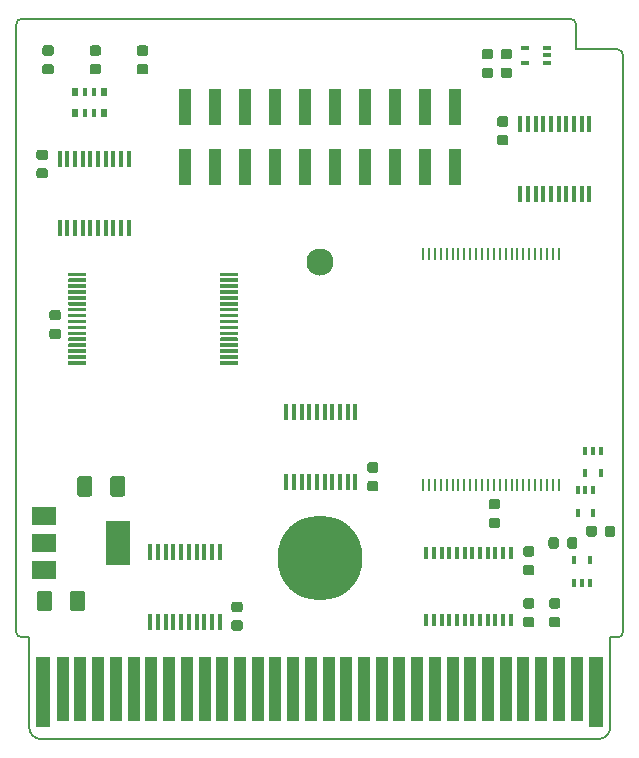
<source format=gbr>
G04 #@! TF.GenerationSoftware,KiCad,Pcbnew,5.1.5-52549c5~84~ubuntu19.10.1*
G04 #@! TF.CreationDate,2020-02-14T21:32:01+02:00*
G04 #@! TF.ProjectId,GB-MBCTEST,47422d4d-4243-4544-9553-542e6b696361,v1.1*
G04 #@! TF.SameCoordinates,Original*
G04 #@! TF.FileFunction,Soldermask,Top*
G04 #@! TF.FilePolarity,Negative*
%FSLAX46Y46*%
G04 Gerber Fmt 4.6, Leading zero omitted, Abs format (unit mm)*
G04 Created by KiCad (PCBNEW 5.1.5-52549c5~84~ubuntu19.10.1) date 2020-02-14 21:32:01*
%MOMM*%
%LPD*%
G04 APERTURE LIST*
%ADD10C,0.150000*%
%ADD11C,0.100000*%
%ADD12R,0.650000X0.400000*%
%ADD13R,0.450000X1.450000*%
%ADD14R,0.400000X0.650000*%
%ADD15R,0.400000X1.100000*%
%ADD16R,2.000000X1.500000*%
%ADD17R,2.000000X3.800000*%
%ADD18R,0.250000X1.100000*%
%ADD19R,0.500000X0.800000*%
%ADD20R,0.400000X0.800000*%
%ADD21R,1.000000X3.150000*%
%ADD22R,1.000000X5.500000*%
%ADD23R,1.300000X6.000000*%
%ADD24C,7.200000*%
%ADD25C,2.300000*%
G04 APERTURE END LIST*
D10*
X125700000Y-90900000D02*
G75*
G02X125200000Y-91400000I-500000J0D01*
G01*
X125200000Y-41600000D02*
G75*
G02X125700000Y-42100000I0J-500000D01*
G01*
X125200000Y-41600000D02*
X121700000Y-41600000D01*
X125700000Y-90900000D02*
X125700000Y-42100000D01*
X124600000Y-91400000D02*
X125200000Y-91400000D01*
X74800000Y-91400000D02*
G75*
G02X74300000Y-90900000I0J500000D01*
G01*
X74300000Y-39500000D02*
G75*
G02X74800000Y-39000000I500000J0D01*
G01*
X121200000Y-39000000D02*
G75*
G02X121700000Y-39500000I0J-500000D01*
G01*
X76400000Y-100000000D02*
G75*
G02X75400000Y-99000000I0J1000000D01*
G01*
X124600000Y-99000000D02*
G75*
G02X123600000Y-100000000I-1000000J0D01*
G01*
X121700000Y-39500000D02*
X121700000Y-41600000D01*
X74800000Y-39000000D02*
X121200000Y-39000000D01*
X74300000Y-90900000D02*
X74300000Y-39500000D01*
X75400000Y-91400000D02*
X74800000Y-91400000D01*
X75400000Y-99000000D02*
X75400000Y-91400000D01*
X124600000Y-99000000D02*
X124600000Y-91400000D01*
X76400000Y-100000000D02*
X123600000Y-100000000D01*
D11*
G36*
X116077691Y-41576053D02*
G01*
X116098926Y-41579203D01*
X116119750Y-41584419D01*
X116139962Y-41591651D01*
X116159368Y-41600830D01*
X116177781Y-41611866D01*
X116195024Y-41624654D01*
X116210930Y-41639070D01*
X116225346Y-41654976D01*
X116238134Y-41672219D01*
X116249170Y-41690632D01*
X116258349Y-41710038D01*
X116265581Y-41730250D01*
X116270797Y-41751074D01*
X116273947Y-41772309D01*
X116275000Y-41793750D01*
X116275000Y-42231250D01*
X116273947Y-42252691D01*
X116270797Y-42273926D01*
X116265581Y-42294750D01*
X116258349Y-42314962D01*
X116249170Y-42334368D01*
X116238134Y-42352781D01*
X116225346Y-42370024D01*
X116210930Y-42385930D01*
X116195024Y-42400346D01*
X116177781Y-42413134D01*
X116159368Y-42424170D01*
X116139962Y-42433349D01*
X116119750Y-42440581D01*
X116098926Y-42445797D01*
X116077691Y-42448947D01*
X116056250Y-42450000D01*
X115543750Y-42450000D01*
X115522309Y-42448947D01*
X115501074Y-42445797D01*
X115480250Y-42440581D01*
X115460038Y-42433349D01*
X115440632Y-42424170D01*
X115422219Y-42413134D01*
X115404976Y-42400346D01*
X115389070Y-42385930D01*
X115374654Y-42370024D01*
X115361866Y-42352781D01*
X115350830Y-42334368D01*
X115341651Y-42314962D01*
X115334419Y-42294750D01*
X115329203Y-42273926D01*
X115326053Y-42252691D01*
X115325000Y-42231250D01*
X115325000Y-41793750D01*
X115326053Y-41772309D01*
X115329203Y-41751074D01*
X115334419Y-41730250D01*
X115341651Y-41710038D01*
X115350830Y-41690632D01*
X115361866Y-41672219D01*
X115374654Y-41654976D01*
X115389070Y-41639070D01*
X115404976Y-41624654D01*
X115422219Y-41611866D01*
X115440632Y-41600830D01*
X115460038Y-41591651D01*
X115480250Y-41584419D01*
X115501074Y-41579203D01*
X115522309Y-41576053D01*
X115543750Y-41575000D01*
X116056250Y-41575000D01*
X116077691Y-41576053D01*
G37*
G36*
X116077691Y-43151053D02*
G01*
X116098926Y-43154203D01*
X116119750Y-43159419D01*
X116139962Y-43166651D01*
X116159368Y-43175830D01*
X116177781Y-43186866D01*
X116195024Y-43199654D01*
X116210930Y-43214070D01*
X116225346Y-43229976D01*
X116238134Y-43247219D01*
X116249170Y-43265632D01*
X116258349Y-43285038D01*
X116265581Y-43305250D01*
X116270797Y-43326074D01*
X116273947Y-43347309D01*
X116275000Y-43368750D01*
X116275000Y-43806250D01*
X116273947Y-43827691D01*
X116270797Y-43848926D01*
X116265581Y-43869750D01*
X116258349Y-43889962D01*
X116249170Y-43909368D01*
X116238134Y-43927781D01*
X116225346Y-43945024D01*
X116210930Y-43960930D01*
X116195024Y-43975346D01*
X116177781Y-43988134D01*
X116159368Y-43999170D01*
X116139962Y-44008349D01*
X116119750Y-44015581D01*
X116098926Y-44020797D01*
X116077691Y-44023947D01*
X116056250Y-44025000D01*
X115543750Y-44025000D01*
X115522309Y-44023947D01*
X115501074Y-44020797D01*
X115480250Y-44015581D01*
X115460038Y-44008349D01*
X115440632Y-43999170D01*
X115422219Y-43988134D01*
X115404976Y-43975346D01*
X115389070Y-43960930D01*
X115374654Y-43945024D01*
X115361866Y-43927781D01*
X115350830Y-43909368D01*
X115341651Y-43889962D01*
X115334419Y-43869750D01*
X115329203Y-43848926D01*
X115326053Y-43827691D01*
X115325000Y-43806250D01*
X115325000Y-43368750D01*
X115326053Y-43347309D01*
X115329203Y-43326074D01*
X115334419Y-43305250D01*
X115341651Y-43285038D01*
X115350830Y-43265632D01*
X115361866Y-43247219D01*
X115374654Y-43229976D01*
X115389070Y-43214070D01*
X115404976Y-43199654D01*
X115422219Y-43186866D01*
X115440632Y-43175830D01*
X115460038Y-43166651D01*
X115480250Y-43159419D01*
X115501074Y-43154203D01*
X115522309Y-43151053D01*
X115543750Y-43150000D01*
X116056250Y-43150000D01*
X116077691Y-43151053D01*
G37*
G36*
X114477691Y-41576053D02*
G01*
X114498926Y-41579203D01*
X114519750Y-41584419D01*
X114539962Y-41591651D01*
X114559368Y-41600830D01*
X114577781Y-41611866D01*
X114595024Y-41624654D01*
X114610930Y-41639070D01*
X114625346Y-41654976D01*
X114638134Y-41672219D01*
X114649170Y-41690632D01*
X114658349Y-41710038D01*
X114665581Y-41730250D01*
X114670797Y-41751074D01*
X114673947Y-41772309D01*
X114675000Y-41793750D01*
X114675000Y-42231250D01*
X114673947Y-42252691D01*
X114670797Y-42273926D01*
X114665581Y-42294750D01*
X114658349Y-42314962D01*
X114649170Y-42334368D01*
X114638134Y-42352781D01*
X114625346Y-42370024D01*
X114610930Y-42385930D01*
X114595024Y-42400346D01*
X114577781Y-42413134D01*
X114559368Y-42424170D01*
X114539962Y-42433349D01*
X114519750Y-42440581D01*
X114498926Y-42445797D01*
X114477691Y-42448947D01*
X114456250Y-42450000D01*
X113943750Y-42450000D01*
X113922309Y-42448947D01*
X113901074Y-42445797D01*
X113880250Y-42440581D01*
X113860038Y-42433349D01*
X113840632Y-42424170D01*
X113822219Y-42413134D01*
X113804976Y-42400346D01*
X113789070Y-42385930D01*
X113774654Y-42370024D01*
X113761866Y-42352781D01*
X113750830Y-42334368D01*
X113741651Y-42314962D01*
X113734419Y-42294750D01*
X113729203Y-42273926D01*
X113726053Y-42252691D01*
X113725000Y-42231250D01*
X113725000Y-41793750D01*
X113726053Y-41772309D01*
X113729203Y-41751074D01*
X113734419Y-41730250D01*
X113741651Y-41710038D01*
X113750830Y-41690632D01*
X113761866Y-41672219D01*
X113774654Y-41654976D01*
X113789070Y-41639070D01*
X113804976Y-41624654D01*
X113822219Y-41611866D01*
X113840632Y-41600830D01*
X113860038Y-41591651D01*
X113880250Y-41584419D01*
X113901074Y-41579203D01*
X113922309Y-41576053D01*
X113943750Y-41575000D01*
X114456250Y-41575000D01*
X114477691Y-41576053D01*
G37*
G36*
X114477691Y-43151053D02*
G01*
X114498926Y-43154203D01*
X114519750Y-43159419D01*
X114539962Y-43166651D01*
X114559368Y-43175830D01*
X114577781Y-43186866D01*
X114595024Y-43199654D01*
X114610930Y-43214070D01*
X114625346Y-43229976D01*
X114638134Y-43247219D01*
X114649170Y-43265632D01*
X114658349Y-43285038D01*
X114665581Y-43305250D01*
X114670797Y-43326074D01*
X114673947Y-43347309D01*
X114675000Y-43368750D01*
X114675000Y-43806250D01*
X114673947Y-43827691D01*
X114670797Y-43848926D01*
X114665581Y-43869750D01*
X114658349Y-43889962D01*
X114649170Y-43909368D01*
X114638134Y-43927781D01*
X114625346Y-43945024D01*
X114610930Y-43960930D01*
X114595024Y-43975346D01*
X114577781Y-43988134D01*
X114559368Y-43999170D01*
X114539962Y-44008349D01*
X114519750Y-44015581D01*
X114498926Y-44020797D01*
X114477691Y-44023947D01*
X114456250Y-44025000D01*
X113943750Y-44025000D01*
X113922309Y-44023947D01*
X113901074Y-44020797D01*
X113880250Y-44015581D01*
X113860038Y-44008349D01*
X113840632Y-43999170D01*
X113822219Y-43988134D01*
X113804976Y-43975346D01*
X113789070Y-43960930D01*
X113774654Y-43945024D01*
X113761866Y-43927781D01*
X113750830Y-43909368D01*
X113741651Y-43889962D01*
X113734419Y-43869750D01*
X113729203Y-43848926D01*
X113726053Y-43827691D01*
X113725000Y-43806250D01*
X113725000Y-43368750D01*
X113726053Y-43347309D01*
X113729203Y-43326074D01*
X113734419Y-43305250D01*
X113741651Y-43285038D01*
X113750830Y-43265632D01*
X113761866Y-43247219D01*
X113774654Y-43229976D01*
X113789070Y-43214070D01*
X113804976Y-43199654D01*
X113822219Y-43186866D01*
X113840632Y-43175830D01*
X113860038Y-43166651D01*
X113880250Y-43159419D01*
X113901074Y-43154203D01*
X113922309Y-43151053D01*
X113943750Y-43150000D01*
X114456250Y-43150000D01*
X114477691Y-43151053D01*
G37*
G36*
X79899504Y-87426204D02*
G01*
X79923773Y-87429804D01*
X79947571Y-87435765D01*
X79970671Y-87444030D01*
X79992849Y-87454520D01*
X80013893Y-87467133D01*
X80033598Y-87481747D01*
X80051777Y-87498223D01*
X80068253Y-87516402D01*
X80082867Y-87536107D01*
X80095480Y-87557151D01*
X80105970Y-87579329D01*
X80114235Y-87602429D01*
X80120196Y-87626227D01*
X80123796Y-87650496D01*
X80125000Y-87675000D01*
X80125000Y-88925000D01*
X80123796Y-88949504D01*
X80120196Y-88973773D01*
X80114235Y-88997571D01*
X80105970Y-89020671D01*
X80095480Y-89042849D01*
X80082867Y-89063893D01*
X80068253Y-89083598D01*
X80051777Y-89101777D01*
X80033598Y-89118253D01*
X80013893Y-89132867D01*
X79992849Y-89145480D01*
X79970671Y-89155970D01*
X79947571Y-89164235D01*
X79923773Y-89170196D01*
X79899504Y-89173796D01*
X79875000Y-89175000D01*
X79125000Y-89175000D01*
X79100496Y-89173796D01*
X79076227Y-89170196D01*
X79052429Y-89164235D01*
X79029329Y-89155970D01*
X79007151Y-89145480D01*
X78986107Y-89132867D01*
X78966402Y-89118253D01*
X78948223Y-89101777D01*
X78931747Y-89083598D01*
X78917133Y-89063893D01*
X78904520Y-89042849D01*
X78894030Y-89020671D01*
X78885765Y-88997571D01*
X78879804Y-88973773D01*
X78876204Y-88949504D01*
X78875000Y-88925000D01*
X78875000Y-87675000D01*
X78876204Y-87650496D01*
X78879804Y-87626227D01*
X78885765Y-87602429D01*
X78894030Y-87579329D01*
X78904520Y-87557151D01*
X78917133Y-87536107D01*
X78931747Y-87516402D01*
X78948223Y-87498223D01*
X78966402Y-87481747D01*
X78986107Y-87467133D01*
X79007151Y-87454520D01*
X79029329Y-87444030D01*
X79052429Y-87435765D01*
X79076227Y-87429804D01*
X79100496Y-87426204D01*
X79125000Y-87425000D01*
X79875000Y-87425000D01*
X79899504Y-87426204D01*
G37*
G36*
X77099504Y-87426204D02*
G01*
X77123773Y-87429804D01*
X77147571Y-87435765D01*
X77170671Y-87444030D01*
X77192849Y-87454520D01*
X77213893Y-87467133D01*
X77233598Y-87481747D01*
X77251777Y-87498223D01*
X77268253Y-87516402D01*
X77282867Y-87536107D01*
X77295480Y-87557151D01*
X77305970Y-87579329D01*
X77314235Y-87602429D01*
X77320196Y-87626227D01*
X77323796Y-87650496D01*
X77325000Y-87675000D01*
X77325000Y-88925000D01*
X77323796Y-88949504D01*
X77320196Y-88973773D01*
X77314235Y-88997571D01*
X77305970Y-89020671D01*
X77295480Y-89042849D01*
X77282867Y-89063893D01*
X77268253Y-89083598D01*
X77251777Y-89101777D01*
X77233598Y-89118253D01*
X77213893Y-89132867D01*
X77192849Y-89145480D01*
X77170671Y-89155970D01*
X77147571Y-89164235D01*
X77123773Y-89170196D01*
X77099504Y-89173796D01*
X77075000Y-89175000D01*
X76325000Y-89175000D01*
X76300496Y-89173796D01*
X76276227Y-89170196D01*
X76252429Y-89164235D01*
X76229329Y-89155970D01*
X76207151Y-89145480D01*
X76186107Y-89132867D01*
X76166402Y-89118253D01*
X76148223Y-89101777D01*
X76131747Y-89083598D01*
X76117133Y-89063893D01*
X76104520Y-89042849D01*
X76094030Y-89020671D01*
X76085765Y-88997571D01*
X76079804Y-88973773D01*
X76076204Y-88949504D01*
X76075000Y-88925000D01*
X76075000Y-87675000D01*
X76076204Y-87650496D01*
X76079804Y-87626227D01*
X76085765Y-87602429D01*
X76094030Y-87579329D01*
X76104520Y-87557151D01*
X76117133Y-87536107D01*
X76131747Y-87516402D01*
X76148223Y-87498223D01*
X76166402Y-87481747D01*
X76186107Y-87467133D01*
X76207151Y-87454520D01*
X76229329Y-87444030D01*
X76252429Y-87435765D01*
X76276227Y-87429804D01*
X76300496Y-87426204D01*
X76325000Y-87425000D01*
X77075000Y-87425000D01*
X77099504Y-87426204D01*
G37*
D12*
X117350000Y-42750000D03*
X117350000Y-41450000D03*
X119250000Y-42100000D03*
X119250000Y-41450000D03*
X119250000Y-42750000D03*
D13*
X77975000Y-50850000D03*
X78625000Y-50850000D03*
X79275000Y-50850000D03*
X79925000Y-50850000D03*
X80575000Y-50850000D03*
X81225000Y-50850000D03*
X81875000Y-50850000D03*
X82525000Y-50850000D03*
X83175000Y-50850000D03*
X83825000Y-50850000D03*
X83825000Y-56750000D03*
X83175000Y-56750000D03*
X82525000Y-56750000D03*
X81875000Y-56750000D03*
X81225000Y-56750000D03*
X80575000Y-56750000D03*
X79925000Y-56750000D03*
X79275000Y-56750000D03*
X78625000Y-56750000D03*
X77975000Y-56750000D03*
X116975000Y-47950000D03*
X117625000Y-47950000D03*
X118275000Y-47950000D03*
X118925000Y-47950000D03*
X119575000Y-47950000D03*
X120225000Y-47950000D03*
X120875000Y-47950000D03*
X121525000Y-47950000D03*
X122175000Y-47950000D03*
X122825000Y-47950000D03*
X122825000Y-53850000D03*
X122175000Y-53850000D03*
X121525000Y-53850000D03*
X120875000Y-53850000D03*
X120225000Y-53850000D03*
X119575000Y-53850000D03*
X118925000Y-53850000D03*
X118275000Y-53850000D03*
X117625000Y-53850000D03*
X116975000Y-53850000D03*
D14*
X121550000Y-84850000D03*
X122850000Y-84850000D03*
X122200000Y-86750000D03*
X122850000Y-86750000D03*
X121550000Y-86750000D03*
D15*
X116175000Y-89950000D03*
X115525000Y-89950000D03*
X114875000Y-89950000D03*
X114225000Y-89950000D03*
X113575000Y-89950000D03*
X112925000Y-89950000D03*
X112275000Y-89950000D03*
X111625000Y-89950000D03*
X110975000Y-89950000D03*
X110325000Y-89950000D03*
X109675000Y-89950000D03*
X109025000Y-89950000D03*
X109025000Y-84250000D03*
X109675000Y-84250000D03*
X110325000Y-84250000D03*
X110975000Y-84250000D03*
X111625000Y-84250000D03*
X112275000Y-84250000D03*
X112925000Y-84250000D03*
X113575000Y-84250000D03*
X114225000Y-84250000D03*
X114875000Y-84250000D03*
X115525000Y-84250000D03*
X116175000Y-84250000D03*
D13*
X103025000Y-78250000D03*
X102375000Y-78250000D03*
X101725000Y-78250000D03*
X101075000Y-78250000D03*
X100425000Y-78250000D03*
X99775000Y-78250000D03*
X99125000Y-78250000D03*
X98475000Y-78250000D03*
X97825000Y-78250000D03*
X97175000Y-78250000D03*
X97175000Y-72350000D03*
X97825000Y-72350000D03*
X98475000Y-72350000D03*
X99125000Y-72350000D03*
X99775000Y-72350000D03*
X100425000Y-72350000D03*
X101075000Y-72350000D03*
X101725000Y-72350000D03*
X102375000Y-72350000D03*
X103025000Y-72350000D03*
X91525000Y-90050000D03*
X90875000Y-90050000D03*
X90225000Y-90050000D03*
X89575000Y-90050000D03*
X88925000Y-90050000D03*
X88275000Y-90050000D03*
X87625000Y-90050000D03*
X86975000Y-90050000D03*
X86325000Y-90050000D03*
X85675000Y-90050000D03*
X85675000Y-84150000D03*
X86325000Y-84150000D03*
X86975000Y-84150000D03*
X87625000Y-84150000D03*
X88275000Y-84150000D03*
X88925000Y-84150000D03*
X89575000Y-84150000D03*
X90225000Y-84150000D03*
X90875000Y-84150000D03*
X91525000Y-84150000D03*
D16*
X76650000Y-81100000D03*
X76650000Y-85700000D03*
X76650000Y-83400000D03*
D17*
X82950000Y-83400000D03*
D14*
X123150000Y-80850000D03*
X121850000Y-80850000D03*
X122500000Y-78950000D03*
X121850000Y-78950000D03*
X123150000Y-78950000D03*
D18*
X120250000Y-78450000D03*
X119750000Y-78450000D03*
X119250000Y-78450000D03*
X118750000Y-78450000D03*
X118250000Y-78450000D03*
X117750000Y-78450000D03*
X117250000Y-78450000D03*
X116750000Y-78450000D03*
X116250000Y-78450000D03*
X115750000Y-78450000D03*
X115250000Y-78450000D03*
X114750000Y-78450000D03*
X114250000Y-78450000D03*
X113750000Y-78450000D03*
X113250000Y-78450000D03*
X112750000Y-78450000D03*
X112250000Y-78450000D03*
X111750000Y-78450000D03*
X111250000Y-78450000D03*
X110750000Y-78450000D03*
X110250000Y-78450000D03*
X109750000Y-78450000D03*
X109250000Y-78450000D03*
X108750000Y-58950000D03*
X109250000Y-58950000D03*
X109750000Y-58950000D03*
X110250000Y-58950000D03*
X110750000Y-58950000D03*
X111250000Y-58950000D03*
X111750000Y-58950000D03*
X112250000Y-58950000D03*
X112750000Y-58950000D03*
X113250000Y-58950000D03*
X113750000Y-58950000D03*
X114250000Y-58950000D03*
X114750000Y-58950000D03*
X115250000Y-58950000D03*
X115750000Y-58950000D03*
X116250000Y-58950000D03*
X116750000Y-58950000D03*
X117250000Y-58950000D03*
X117750000Y-58950000D03*
X118250000Y-58950000D03*
X118750000Y-58950000D03*
X119250000Y-58950000D03*
X119750000Y-58950000D03*
X108750000Y-78450000D03*
X120250000Y-58950000D03*
D14*
X123800000Y-77500000D03*
X122500000Y-77500000D03*
X123150000Y-75600000D03*
X122500000Y-75600000D03*
X123800000Y-75600000D03*
D11*
G36*
X93032351Y-60500361D02*
G01*
X93039632Y-60501441D01*
X93046771Y-60503229D01*
X93053701Y-60505709D01*
X93060355Y-60508856D01*
X93066668Y-60512640D01*
X93072579Y-60517024D01*
X93078033Y-60521967D01*
X93082976Y-60527421D01*
X93087360Y-60533332D01*
X93091144Y-60539645D01*
X93094291Y-60546299D01*
X93096771Y-60553229D01*
X93098559Y-60560368D01*
X93099639Y-60567649D01*
X93100000Y-60575000D01*
X93100000Y-60725000D01*
X93099639Y-60732351D01*
X93098559Y-60739632D01*
X93096771Y-60746771D01*
X93094291Y-60753701D01*
X93091144Y-60760355D01*
X93087360Y-60766668D01*
X93082976Y-60772579D01*
X93078033Y-60778033D01*
X93072579Y-60782976D01*
X93066668Y-60787360D01*
X93060355Y-60791144D01*
X93053701Y-60794291D01*
X93046771Y-60796771D01*
X93039632Y-60798559D01*
X93032351Y-60799639D01*
X93025000Y-60800000D01*
X91625000Y-60800000D01*
X91617649Y-60799639D01*
X91610368Y-60798559D01*
X91603229Y-60796771D01*
X91596299Y-60794291D01*
X91589645Y-60791144D01*
X91583332Y-60787360D01*
X91577421Y-60782976D01*
X91571967Y-60778033D01*
X91567024Y-60772579D01*
X91562640Y-60766668D01*
X91558856Y-60760355D01*
X91555709Y-60753701D01*
X91553229Y-60746771D01*
X91551441Y-60739632D01*
X91550361Y-60732351D01*
X91550000Y-60725000D01*
X91550000Y-60575000D01*
X91550361Y-60567649D01*
X91551441Y-60560368D01*
X91553229Y-60553229D01*
X91555709Y-60546299D01*
X91558856Y-60539645D01*
X91562640Y-60533332D01*
X91567024Y-60527421D01*
X91571967Y-60521967D01*
X91577421Y-60517024D01*
X91583332Y-60512640D01*
X91589645Y-60508856D01*
X91596299Y-60505709D01*
X91603229Y-60503229D01*
X91610368Y-60501441D01*
X91617649Y-60500361D01*
X91625000Y-60500000D01*
X93025000Y-60500000D01*
X93032351Y-60500361D01*
G37*
G36*
X93032351Y-61000361D02*
G01*
X93039632Y-61001441D01*
X93046771Y-61003229D01*
X93053701Y-61005709D01*
X93060355Y-61008856D01*
X93066668Y-61012640D01*
X93072579Y-61017024D01*
X93078033Y-61021967D01*
X93082976Y-61027421D01*
X93087360Y-61033332D01*
X93091144Y-61039645D01*
X93094291Y-61046299D01*
X93096771Y-61053229D01*
X93098559Y-61060368D01*
X93099639Y-61067649D01*
X93100000Y-61075000D01*
X93100000Y-61225000D01*
X93099639Y-61232351D01*
X93098559Y-61239632D01*
X93096771Y-61246771D01*
X93094291Y-61253701D01*
X93091144Y-61260355D01*
X93087360Y-61266668D01*
X93082976Y-61272579D01*
X93078033Y-61278033D01*
X93072579Y-61282976D01*
X93066668Y-61287360D01*
X93060355Y-61291144D01*
X93053701Y-61294291D01*
X93046771Y-61296771D01*
X93039632Y-61298559D01*
X93032351Y-61299639D01*
X93025000Y-61300000D01*
X91625000Y-61300000D01*
X91617649Y-61299639D01*
X91610368Y-61298559D01*
X91603229Y-61296771D01*
X91596299Y-61294291D01*
X91589645Y-61291144D01*
X91583332Y-61287360D01*
X91577421Y-61282976D01*
X91571967Y-61278033D01*
X91567024Y-61272579D01*
X91562640Y-61266668D01*
X91558856Y-61260355D01*
X91555709Y-61253701D01*
X91553229Y-61246771D01*
X91551441Y-61239632D01*
X91550361Y-61232351D01*
X91550000Y-61225000D01*
X91550000Y-61075000D01*
X91550361Y-61067649D01*
X91551441Y-61060368D01*
X91553229Y-61053229D01*
X91555709Y-61046299D01*
X91558856Y-61039645D01*
X91562640Y-61033332D01*
X91567024Y-61027421D01*
X91571967Y-61021967D01*
X91577421Y-61017024D01*
X91583332Y-61012640D01*
X91589645Y-61008856D01*
X91596299Y-61005709D01*
X91603229Y-61003229D01*
X91610368Y-61001441D01*
X91617649Y-61000361D01*
X91625000Y-61000000D01*
X93025000Y-61000000D01*
X93032351Y-61000361D01*
G37*
G36*
X93032351Y-61500361D02*
G01*
X93039632Y-61501441D01*
X93046771Y-61503229D01*
X93053701Y-61505709D01*
X93060355Y-61508856D01*
X93066668Y-61512640D01*
X93072579Y-61517024D01*
X93078033Y-61521967D01*
X93082976Y-61527421D01*
X93087360Y-61533332D01*
X93091144Y-61539645D01*
X93094291Y-61546299D01*
X93096771Y-61553229D01*
X93098559Y-61560368D01*
X93099639Y-61567649D01*
X93100000Y-61575000D01*
X93100000Y-61725000D01*
X93099639Y-61732351D01*
X93098559Y-61739632D01*
X93096771Y-61746771D01*
X93094291Y-61753701D01*
X93091144Y-61760355D01*
X93087360Y-61766668D01*
X93082976Y-61772579D01*
X93078033Y-61778033D01*
X93072579Y-61782976D01*
X93066668Y-61787360D01*
X93060355Y-61791144D01*
X93053701Y-61794291D01*
X93046771Y-61796771D01*
X93039632Y-61798559D01*
X93032351Y-61799639D01*
X93025000Y-61800000D01*
X91625000Y-61800000D01*
X91617649Y-61799639D01*
X91610368Y-61798559D01*
X91603229Y-61796771D01*
X91596299Y-61794291D01*
X91589645Y-61791144D01*
X91583332Y-61787360D01*
X91577421Y-61782976D01*
X91571967Y-61778033D01*
X91567024Y-61772579D01*
X91562640Y-61766668D01*
X91558856Y-61760355D01*
X91555709Y-61753701D01*
X91553229Y-61746771D01*
X91551441Y-61739632D01*
X91550361Y-61732351D01*
X91550000Y-61725000D01*
X91550000Y-61575000D01*
X91550361Y-61567649D01*
X91551441Y-61560368D01*
X91553229Y-61553229D01*
X91555709Y-61546299D01*
X91558856Y-61539645D01*
X91562640Y-61533332D01*
X91567024Y-61527421D01*
X91571967Y-61521967D01*
X91577421Y-61517024D01*
X91583332Y-61512640D01*
X91589645Y-61508856D01*
X91596299Y-61505709D01*
X91603229Y-61503229D01*
X91610368Y-61501441D01*
X91617649Y-61500361D01*
X91625000Y-61500000D01*
X93025000Y-61500000D01*
X93032351Y-61500361D01*
G37*
G36*
X93032351Y-62000361D02*
G01*
X93039632Y-62001441D01*
X93046771Y-62003229D01*
X93053701Y-62005709D01*
X93060355Y-62008856D01*
X93066668Y-62012640D01*
X93072579Y-62017024D01*
X93078033Y-62021967D01*
X93082976Y-62027421D01*
X93087360Y-62033332D01*
X93091144Y-62039645D01*
X93094291Y-62046299D01*
X93096771Y-62053229D01*
X93098559Y-62060368D01*
X93099639Y-62067649D01*
X93100000Y-62075000D01*
X93100000Y-62225000D01*
X93099639Y-62232351D01*
X93098559Y-62239632D01*
X93096771Y-62246771D01*
X93094291Y-62253701D01*
X93091144Y-62260355D01*
X93087360Y-62266668D01*
X93082976Y-62272579D01*
X93078033Y-62278033D01*
X93072579Y-62282976D01*
X93066668Y-62287360D01*
X93060355Y-62291144D01*
X93053701Y-62294291D01*
X93046771Y-62296771D01*
X93039632Y-62298559D01*
X93032351Y-62299639D01*
X93025000Y-62300000D01*
X91625000Y-62300000D01*
X91617649Y-62299639D01*
X91610368Y-62298559D01*
X91603229Y-62296771D01*
X91596299Y-62294291D01*
X91589645Y-62291144D01*
X91583332Y-62287360D01*
X91577421Y-62282976D01*
X91571967Y-62278033D01*
X91567024Y-62272579D01*
X91562640Y-62266668D01*
X91558856Y-62260355D01*
X91555709Y-62253701D01*
X91553229Y-62246771D01*
X91551441Y-62239632D01*
X91550361Y-62232351D01*
X91550000Y-62225000D01*
X91550000Y-62075000D01*
X91550361Y-62067649D01*
X91551441Y-62060368D01*
X91553229Y-62053229D01*
X91555709Y-62046299D01*
X91558856Y-62039645D01*
X91562640Y-62033332D01*
X91567024Y-62027421D01*
X91571967Y-62021967D01*
X91577421Y-62017024D01*
X91583332Y-62012640D01*
X91589645Y-62008856D01*
X91596299Y-62005709D01*
X91603229Y-62003229D01*
X91610368Y-62001441D01*
X91617649Y-62000361D01*
X91625000Y-62000000D01*
X93025000Y-62000000D01*
X93032351Y-62000361D01*
G37*
G36*
X93032351Y-62500361D02*
G01*
X93039632Y-62501441D01*
X93046771Y-62503229D01*
X93053701Y-62505709D01*
X93060355Y-62508856D01*
X93066668Y-62512640D01*
X93072579Y-62517024D01*
X93078033Y-62521967D01*
X93082976Y-62527421D01*
X93087360Y-62533332D01*
X93091144Y-62539645D01*
X93094291Y-62546299D01*
X93096771Y-62553229D01*
X93098559Y-62560368D01*
X93099639Y-62567649D01*
X93100000Y-62575000D01*
X93100000Y-62725000D01*
X93099639Y-62732351D01*
X93098559Y-62739632D01*
X93096771Y-62746771D01*
X93094291Y-62753701D01*
X93091144Y-62760355D01*
X93087360Y-62766668D01*
X93082976Y-62772579D01*
X93078033Y-62778033D01*
X93072579Y-62782976D01*
X93066668Y-62787360D01*
X93060355Y-62791144D01*
X93053701Y-62794291D01*
X93046771Y-62796771D01*
X93039632Y-62798559D01*
X93032351Y-62799639D01*
X93025000Y-62800000D01*
X91625000Y-62800000D01*
X91617649Y-62799639D01*
X91610368Y-62798559D01*
X91603229Y-62796771D01*
X91596299Y-62794291D01*
X91589645Y-62791144D01*
X91583332Y-62787360D01*
X91577421Y-62782976D01*
X91571967Y-62778033D01*
X91567024Y-62772579D01*
X91562640Y-62766668D01*
X91558856Y-62760355D01*
X91555709Y-62753701D01*
X91553229Y-62746771D01*
X91551441Y-62739632D01*
X91550361Y-62732351D01*
X91550000Y-62725000D01*
X91550000Y-62575000D01*
X91550361Y-62567649D01*
X91551441Y-62560368D01*
X91553229Y-62553229D01*
X91555709Y-62546299D01*
X91558856Y-62539645D01*
X91562640Y-62533332D01*
X91567024Y-62527421D01*
X91571967Y-62521967D01*
X91577421Y-62517024D01*
X91583332Y-62512640D01*
X91589645Y-62508856D01*
X91596299Y-62505709D01*
X91603229Y-62503229D01*
X91610368Y-62501441D01*
X91617649Y-62500361D01*
X91625000Y-62500000D01*
X93025000Y-62500000D01*
X93032351Y-62500361D01*
G37*
G36*
X93032351Y-63000361D02*
G01*
X93039632Y-63001441D01*
X93046771Y-63003229D01*
X93053701Y-63005709D01*
X93060355Y-63008856D01*
X93066668Y-63012640D01*
X93072579Y-63017024D01*
X93078033Y-63021967D01*
X93082976Y-63027421D01*
X93087360Y-63033332D01*
X93091144Y-63039645D01*
X93094291Y-63046299D01*
X93096771Y-63053229D01*
X93098559Y-63060368D01*
X93099639Y-63067649D01*
X93100000Y-63075000D01*
X93100000Y-63225000D01*
X93099639Y-63232351D01*
X93098559Y-63239632D01*
X93096771Y-63246771D01*
X93094291Y-63253701D01*
X93091144Y-63260355D01*
X93087360Y-63266668D01*
X93082976Y-63272579D01*
X93078033Y-63278033D01*
X93072579Y-63282976D01*
X93066668Y-63287360D01*
X93060355Y-63291144D01*
X93053701Y-63294291D01*
X93046771Y-63296771D01*
X93039632Y-63298559D01*
X93032351Y-63299639D01*
X93025000Y-63300000D01*
X91625000Y-63300000D01*
X91617649Y-63299639D01*
X91610368Y-63298559D01*
X91603229Y-63296771D01*
X91596299Y-63294291D01*
X91589645Y-63291144D01*
X91583332Y-63287360D01*
X91577421Y-63282976D01*
X91571967Y-63278033D01*
X91567024Y-63272579D01*
X91562640Y-63266668D01*
X91558856Y-63260355D01*
X91555709Y-63253701D01*
X91553229Y-63246771D01*
X91551441Y-63239632D01*
X91550361Y-63232351D01*
X91550000Y-63225000D01*
X91550000Y-63075000D01*
X91550361Y-63067649D01*
X91551441Y-63060368D01*
X91553229Y-63053229D01*
X91555709Y-63046299D01*
X91558856Y-63039645D01*
X91562640Y-63033332D01*
X91567024Y-63027421D01*
X91571967Y-63021967D01*
X91577421Y-63017024D01*
X91583332Y-63012640D01*
X91589645Y-63008856D01*
X91596299Y-63005709D01*
X91603229Y-63003229D01*
X91610368Y-63001441D01*
X91617649Y-63000361D01*
X91625000Y-63000000D01*
X93025000Y-63000000D01*
X93032351Y-63000361D01*
G37*
G36*
X93032351Y-63500361D02*
G01*
X93039632Y-63501441D01*
X93046771Y-63503229D01*
X93053701Y-63505709D01*
X93060355Y-63508856D01*
X93066668Y-63512640D01*
X93072579Y-63517024D01*
X93078033Y-63521967D01*
X93082976Y-63527421D01*
X93087360Y-63533332D01*
X93091144Y-63539645D01*
X93094291Y-63546299D01*
X93096771Y-63553229D01*
X93098559Y-63560368D01*
X93099639Y-63567649D01*
X93100000Y-63575000D01*
X93100000Y-63725000D01*
X93099639Y-63732351D01*
X93098559Y-63739632D01*
X93096771Y-63746771D01*
X93094291Y-63753701D01*
X93091144Y-63760355D01*
X93087360Y-63766668D01*
X93082976Y-63772579D01*
X93078033Y-63778033D01*
X93072579Y-63782976D01*
X93066668Y-63787360D01*
X93060355Y-63791144D01*
X93053701Y-63794291D01*
X93046771Y-63796771D01*
X93039632Y-63798559D01*
X93032351Y-63799639D01*
X93025000Y-63800000D01*
X91625000Y-63800000D01*
X91617649Y-63799639D01*
X91610368Y-63798559D01*
X91603229Y-63796771D01*
X91596299Y-63794291D01*
X91589645Y-63791144D01*
X91583332Y-63787360D01*
X91577421Y-63782976D01*
X91571967Y-63778033D01*
X91567024Y-63772579D01*
X91562640Y-63766668D01*
X91558856Y-63760355D01*
X91555709Y-63753701D01*
X91553229Y-63746771D01*
X91551441Y-63739632D01*
X91550361Y-63732351D01*
X91550000Y-63725000D01*
X91550000Y-63575000D01*
X91550361Y-63567649D01*
X91551441Y-63560368D01*
X91553229Y-63553229D01*
X91555709Y-63546299D01*
X91558856Y-63539645D01*
X91562640Y-63533332D01*
X91567024Y-63527421D01*
X91571967Y-63521967D01*
X91577421Y-63517024D01*
X91583332Y-63512640D01*
X91589645Y-63508856D01*
X91596299Y-63505709D01*
X91603229Y-63503229D01*
X91610368Y-63501441D01*
X91617649Y-63500361D01*
X91625000Y-63500000D01*
X93025000Y-63500000D01*
X93032351Y-63500361D01*
G37*
G36*
X93032351Y-64000361D02*
G01*
X93039632Y-64001441D01*
X93046771Y-64003229D01*
X93053701Y-64005709D01*
X93060355Y-64008856D01*
X93066668Y-64012640D01*
X93072579Y-64017024D01*
X93078033Y-64021967D01*
X93082976Y-64027421D01*
X93087360Y-64033332D01*
X93091144Y-64039645D01*
X93094291Y-64046299D01*
X93096771Y-64053229D01*
X93098559Y-64060368D01*
X93099639Y-64067649D01*
X93100000Y-64075000D01*
X93100000Y-64225000D01*
X93099639Y-64232351D01*
X93098559Y-64239632D01*
X93096771Y-64246771D01*
X93094291Y-64253701D01*
X93091144Y-64260355D01*
X93087360Y-64266668D01*
X93082976Y-64272579D01*
X93078033Y-64278033D01*
X93072579Y-64282976D01*
X93066668Y-64287360D01*
X93060355Y-64291144D01*
X93053701Y-64294291D01*
X93046771Y-64296771D01*
X93039632Y-64298559D01*
X93032351Y-64299639D01*
X93025000Y-64300000D01*
X91625000Y-64300000D01*
X91617649Y-64299639D01*
X91610368Y-64298559D01*
X91603229Y-64296771D01*
X91596299Y-64294291D01*
X91589645Y-64291144D01*
X91583332Y-64287360D01*
X91577421Y-64282976D01*
X91571967Y-64278033D01*
X91567024Y-64272579D01*
X91562640Y-64266668D01*
X91558856Y-64260355D01*
X91555709Y-64253701D01*
X91553229Y-64246771D01*
X91551441Y-64239632D01*
X91550361Y-64232351D01*
X91550000Y-64225000D01*
X91550000Y-64075000D01*
X91550361Y-64067649D01*
X91551441Y-64060368D01*
X91553229Y-64053229D01*
X91555709Y-64046299D01*
X91558856Y-64039645D01*
X91562640Y-64033332D01*
X91567024Y-64027421D01*
X91571967Y-64021967D01*
X91577421Y-64017024D01*
X91583332Y-64012640D01*
X91589645Y-64008856D01*
X91596299Y-64005709D01*
X91603229Y-64003229D01*
X91610368Y-64001441D01*
X91617649Y-64000361D01*
X91625000Y-64000000D01*
X93025000Y-64000000D01*
X93032351Y-64000361D01*
G37*
G36*
X93032351Y-64500361D02*
G01*
X93039632Y-64501441D01*
X93046771Y-64503229D01*
X93053701Y-64505709D01*
X93060355Y-64508856D01*
X93066668Y-64512640D01*
X93072579Y-64517024D01*
X93078033Y-64521967D01*
X93082976Y-64527421D01*
X93087360Y-64533332D01*
X93091144Y-64539645D01*
X93094291Y-64546299D01*
X93096771Y-64553229D01*
X93098559Y-64560368D01*
X93099639Y-64567649D01*
X93100000Y-64575000D01*
X93100000Y-64725000D01*
X93099639Y-64732351D01*
X93098559Y-64739632D01*
X93096771Y-64746771D01*
X93094291Y-64753701D01*
X93091144Y-64760355D01*
X93087360Y-64766668D01*
X93082976Y-64772579D01*
X93078033Y-64778033D01*
X93072579Y-64782976D01*
X93066668Y-64787360D01*
X93060355Y-64791144D01*
X93053701Y-64794291D01*
X93046771Y-64796771D01*
X93039632Y-64798559D01*
X93032351Y-64799639D01*
X93025000Y-64800000D01*
X91625000Y-64800000D01*
X91617649Y-64799639D01*
X91610368Y-64798559D01*
X91603229Y-64796771D01*
X91596299Y-64794291D01*
X91589645Y-64791144D01*
X91583332Y-64787360D01*
X91577421Y-64782976D01*
X91571967Y-64778033D01*
X91567024Y-64772579D01*
X91562640Y-64766668D01*
X91558856Y-64760355D01*
X91555709Y-64753701D01*
X91553229Y-64746771D01*
X91551441Y-64739632D01*
X91550361Y-64732351D01*
X91550000Y-64725000D01*
X91550000Y-64575000D01*
X91550361Y-64567649D01*
X91551441Y-64560368D01*
X91553229Y-64553229D01*
X91555709Y-64546299D01*
X91558856Y-64539645D01*
X91562640Y-64533332D01*
X91567024Y-64527421D01*
X91571967Y-64521967D01*
X91577421Y-64517024D01*
X91583332Y-64512640D01*
X91589645Y-64508856D01*
X91596299Y-64505709D01*
X91603229Y-64503229D01*
X91610368Y-64501441D01*
X91617649Y-64500361D01*
X91625000Y-64500000D01*
X93025000Y-64500000D01*
X93032351Y-64500361D01*
G37*
G36*
X93032351Y-65000361D02*
G01*
X93039632Y-65001441D01*
X93046771Y-65003229D01*
X93053701Y-65005709D01*
X93060355Y-65008856D01*
X93066668Y-65012640D01*
X93072579Y-65017024D01*
X93078033Y-65021967D01*
X93082976Y-65027421D01*
X93087360Y-65033332D01*
X93091144Y-65039645D01*
X93094291Y-65046299D01*
X93096771Y-65053229D01*
X93098559Y-65060368D01*
X93099639Y-65067649D01*
X93100000Y-65075000D01*
X93100000Y-65225000D01*
X93099639Y-65232351D01*
X93098559Y-65239632D01*
X93096771Y-65246771D01*
X93094291Y-65253701D01*
X93091144Y-65260355D01*
X93087360Y-65266668D01*
X93082976Y-65272579D01*
X93078033Y-65278033D01*
X93072579Y-65282976D01*
X93066668Y-65287360D01*
X93060355Y-65291144D01*
X93053701Y-65294291D01*
X93046771Y-65296771D01*
X93039632Y-65298559D01*
X93032351Y-65299639D01*
X93025000Y-65300000D01*
X91625000Y-65300000D01*
X91617649Y-65299639D01*
X91610368Y-65298559D01*
X91603229Y-65296771D01*
X91596299Y-65294291D01*
X91589645Y-65291144D01*
X91583332Y-65287360D01*
X91577421Y-65282976D01*
X91571967Y-65278033D01*
X91567024Y-65272579D01*
X91562640Y-65266668D01*
X91558856Y-65260355D01*
X91555709Y-65253701D01*
X91553229Y-65246771D01*
X91551441Y-65239632D01*
X91550361Y-65232351D01*
X91550000Y-65225000D01*
X91550000Y-65075000D01*
X91550361Y-65067649D01*
X91551441Y-65060368D01*
X91553229Y-65053229D01*
X91555709Y-65046299D01*
X91558856Y-65039645D01*
X91562640Y-65033332D01*
X91567024Y-65027421D01*
X91571967Y-65021967D01*
X91577421Y-65017024D01*
X91583332Y-65012640D01*
X91589645Y-65008856D01*
X91596299Y-65005709D01*
X91603229Y-65003229D01*
X91610368Y-65001441D01*
X91617649Y-65000361D01*
X91625000Y-65000000D01*
X93025000Y-65000000D01*
X93032351Y-65000361D01*
G37*
G36*
X93032351Y-65500361D02*
G01*
X93039632Y-65501441D01*
X93046771Y-65503229D01*
X93053701Y-65505709D01*
X93060355Y-65508856D01*
X93066668Y-65512640D01*
X93072579Y-65517024D01*
X93078033Y-65521967D01*
X93082976Y-65527421D01*
X93087360Y-65533332D01*
X93091144Y-65539645D01*
X93094291Y-65546299D01*
X93096771Y-65553229D01*
X93098559Y-65560368D01*
X93099639Y-65567649D01*
X93100000Y-65575000D01*
X93100000Y-65725000D01*
X93099639Y-65732351D01*
X93098559Y-65739632D01*
X93096771Y-65746771D01*
X93094291Y-65753701D01*
X93091144Y-65760355D01*
X93087360Y-65766668D01*
X93082976Y-65772579D01*
X93078033Y-65778033D01*
X93072579Y-65782976D01*
X93066668Y-65787360D01*
X93060355Y-65791144D01*
X93053701Y-65794291D01*
X93046771Y-65796771D01*
X93039632Y-65798559D01*
X93032351Y-65799639D01*
X93025000Y-65800000D01*
X91625000Y-65800000D01*
X91617649Y-65799639D01*
X91610368Y-65798559D01*
X91603229Y-65796771D01*
X91596299Y-65794291D01*
X91589645Y-65791144D01*
X91583332Y-65787360D01*
X91577421Y-65782976D01*
X91571967Y-65778033D01*
X91567024Y-65772579D01*
X91562640Y-65766668D01*
X91558856Y-65760355D01*
X91555709Y-65753701D01*
X91553229Y-65746771D01*
X91551441Y-65739632D01*
X91550361Y-65732351D01*
X91550000Y-65725000D01*
X91550000Y-65575000D01*
X91550361Y-65567649D01*
X91551441Y-65560368D01*
X91553229Y-65553229D01*
X91555709Y-65546299D01*
X91558856Y-65539645D01*
X91562640Y-65533332D01*
X91567024Y-65527421D01*
X91571967Y-65521967D01*
X91577421Y-65517024D01*
X91583332Y-65512640D01*
X91589645Y-65508856D01*
X91596299Y-65505709D01*
X91603229Y-65503229D01*
X91610368Y-65501441D01*
X91617649Y-65500361D01*
X91625000Y-65500000D01*
X93025000Y-65500000D01*
X93032351Y-65500361D01*
G37*
G36*
X93032351Y-66000361D02*
G01*
X93039632Y-66001441D01*
X93046771Y-66003229D01*
X93053701Y-66005709D01*
X93060355Y-66008856D01*
X93066668Y-66012640D01*
X93072579Y-66017024D01*
X93078033Y-66021967D01*
X93082976Y-66027421D01*
X93087360Y-66033332D01*
X93091144Y-66039645D01*
X93094291Y-66046299D01*
X93096771Y-66053229D01*
X93098559Y-66060368D01*
X93099639Y-66067649D01*
X93100000Y-66075000D01*
X93100000Y-66225000D01*
X93099639Y-66232351D01*
X93098559Y-66239632D01*
X93096771Y-66246771D01*
X93094291Y-66253701D01*
X93091144Y-66260355D01*
X93087360Y-66266668D01*
X93082976Y-66272579D01*
X93078033Y-66278033D01*
X93072579Y-66282976D01*
X93066668Y-66287360D01*
X93060355Y-66291144D01*
X93053701Y-66294291D01*
X93046771Y-66296771D01*
X93039632Y-66298559D01*
X93032351Y-66299639D01*
X93025000Y-66300000D01*
X91625000Y-66300000D01*
X91617649Y-66299639D01*
X91610368Y-66298559D01*
X91603229Y-66296771D01*
X91596299Y-66294291D01*
X91589645Y-66291144D01*
X91583332Y-66287360D01*
X91577421Y-66282976D01*
X91571967Y-66278033D01*
X91567024Y-66272579D01*
X91562640Y-66266668D01*
X91558856Y-66260355D01*
X91555709Y-66253701D01*
X91553229Y-66246771D01*
X91551441Y-66239632D01*
X91550361Y-66232351D01*
X91550000Y-66225000D01*
X91550000Y-66075000D01*
X91550361Y-66067649D01*
X91551441Y-66060368D01*
X91553229Y-66053229D01*
X91555709Y-66046299D01*
X91558856Y-66039645D01*
X91562640Y-66033332D01*
X91567024Y-66027421D01*
X91571967Y-66021967D01*
X91577421Y-66017024D01*
X91583332Y-66012640D01*
X91589645Y-66008856D01*
X91596299Y-66005709D01*
X91603229Y-66003229D01*
X91610368Y-66001441D01*
X91617649Y-66000361D01*
X91625000Y-66000000D01*
X93025000Y-66000000D01*
X93032351Y-66000361D01*
G37*
G36*
X93032351Y-66500361D02*
G01*
X93039632Y-66501441D01*
X93046771Y-66503229D01*
X93053701Y-66505709D01*
X93060355Y-66508856D01*
X93066668Y-66512640D01*
X93072579Y-66517024D01*
X93078033Y-66521967D01*
X93082976Y-66527421D01*
X93087360Y-66533332D01*
X93091144Y-66539645D01*
X93094291Y-66546299D01*
X93096771Y-66553229D01*
X93098559Y-66560368D01*
X93099639Y-66567649D01*
X93100000Y-66575000D01*
X93100000Y-66725000D01*
X93099639Y-66732351D01*
X93098559Y-66739632D01*
X93096771Y-66746771D01*
X93094291Y-66753701D01*
X93091144Y-66760355D01*
X93087360Y-66766668D01*
X93082976Y-66772579D01*
X93078033Y-66778033D01*
X93072579Y-66782976D01*
X93066668Y-66787360D01*
X93060355Y-66791144D01*
X93053701Y-66794291D01*
X93046771Y-66796771D01*
X93039632Y-66798559D01*
X93032351Y-66799639D01*
X93025000Y-66800000D01*
X91625000Y-66800000D01*
X91617649Y-66799639D01*
X91610368Y-66798559D01*
X91603229Y-66796771D01*
X91596299Y-66794291D01*
X91589645Y-66791144D01*
X91583332Y-66787360D01*
X91577421Y-66782976D01*
X91571967Y-66778033D01*
X91567024Y-66772579D01*
X91562640Y-66766668D01*
X91558856Y-66760355D01*
X91555709Y-66753701D01*
X91553229Y-66746771D01*
X91551441Y-66739632D01*
X91550361Y-66732351D01*
X91550000Y-66725000D01*
X91550000Y-66575000D01*
X91550361Y-66567649D01*
X91551441Y-66560368D01*
X91553229Y-66553229D01*
X91555709Y-66546299D01*
X91558856Y-66539645D01*
X91562640Y-66533332D01*
X91567024Y-66527421D01*
X91571967Y-66521967D01*
X91577421Y-66517024D01*
X91583332Y-66512640D01*
X91589645Y-66508856D01*
X91596299Y-66505709D01*
X91603229Y-66503229D01*
X91610368Y-66501441D01*
X91617649Y-66500361D01*
X91625000Y-66500000D01*
X93025000Y-66500000D01*
X93032351Y-66500361D01*
G37*
G36*
X93032351Y-67000361D02*
G01*
X93039632Y-67001441D01*
X93046771Y-67003229D01*
X93053701Y-67005709D01*
X93060355Y-67008856D01*
X93066668Y-67012640D01*
X93072579Y-67017024D01*
X93078033Y-67021967D01*
X93082976Y-67027421D01*
X93087360Y-67033332D01*
X93091144Y-67039645D01*
X93094291Y-67046299D01*
X93096771Y-67053229D01*
X93098559Y-67060368D01*
X93099639Y-67067649D01*
X93100000Y-67075000D01*
X93100000Y-67225000D01*
X93099639Y-67232351D01*
X93098559Y-67239632D01*
X93096771Y-67246771D01*
X93094291Y-67253701D01*
X93091144Y-67260355D01*
X93087360Y-67266668D01*
X93082976Y-67272579D01*
X93078033Y-67278033D01*
X93072579Y-67282976D01*
X93066668Y-67287360D01*
X93060355Y-67291144D01*
X93053701Y-67294291D01*
X93046771Y-67296771D01*
X93039632Y-67298559D01*
X93032351Y-67299639D01*
X93025000Y-67300000D01*
X91625000Y-67300000D01*
X91617649Y-67299639D01*
X91610368Y-67298559D01*
X91603229Y-67296771D01*
X91596299Y-67294291D01*
X91589645Y-67291144D01*
X91583332Y-67287360D01*
X91577421Y-67282976D01*
X91571967Y-67278033D01*
X91567024Y-67272579D01*
X91562640Y-67266668D01*
X91558856Y-67260355D01*
X91555709Y-67253701D01*
X91553229Y-67246771D01*
X91551441Y-67239632D01*
X91550361Y-67232351D01*
X91550000Y-67225000D01*
X91550000Y-67075000D01*
X91550361Y-67067649D01*
X91551441Y-67060368D01*
X91553229Y-67053229D01*
X91555709Y-67046299D01*
X91558856Y-67039645D01*
X91562640Y-67033332D01*
X91567024Y-67027421D01*
X91571967Y-67021967D01*
X91577421Y-67017024D01*
X91583332Y-67012640D01*
X91589645Y-67008856D01*
X91596299Y-67005709D01*
X91603229Y-67003229D01*
X91610368Y-67001441D01*
X91617649Y-67000361D01*
X91625000Y-67000000D01*
X93025000Y-67000000D01*
X93032351Y-67000361D01*
G37*
G36*
X93032351Y-67500361D02*
G01*
X93039632Y-67501441D01*
X93046771Y-67503229D01*
X93053701Y-67505709D01*
X93060355Y-67508856D01*
X93066668Y-67512640D01*
X93072579Y-67517024D01*
X93078033Y-67521967D01*
X93082976Y-67527421D01*
X93087360Y-67533332D01*
X93091144Y-67539645D01*
X93094291Y-67546299D01*
X93096771Y-67553229D01*
X93098559Y-67560368D01*
X93099639Y-67567649D01*
X93100000Y-67575000D01*
X93100000Y-67725000D01*
X93099639Y-67732351D01*
X93098559Y-67739632D01*
X93096771Y-67746771D01*
X93094291Y-67753701D01*
X93091144Y-67760355D01*
X93087360Y-67766668D01*
X93082976Y-67772579D01*
X93078033Y-67778033D01*
X93072579Y-67782976D01*
X93066668Y-67787360D01*
X93060355Y-67791144D01*
X93053701Y-67794291D01*
X93046771Y-67796771D01*
X93039632Y-67798559D01*
X93032351Y-67799639D01*
X93025000Y-67800000D01*
X91625000Y-67800000D01*
X91617649Y-67799639D01*
X91610368Y-67798559D01*
X91603229Y-67796771D01*
X91596299Y-67794291D01*
X91589645Y-67791144D01*
X91583332Y-67787360D01*
X91577421Y-67782976D01*
X91571967Y-67778033D01*
X91567024Y-67772579D01*
X91562640Y-67766668D01*
X91558856Y-67760355D01*
X91555709Y-67753701D01*
X91553229Y-67746771D01*
X91551441Y-67739632D01*
X91550361Y-67732351D01*
X91550000Y-67725000D01*
X91550000Y-67575000D01*
X91550361Y-67567649D01*
X91551441Y-67560368D01*
X91553229Y-67553229D01*
X91555709Y-67546299D01*
X91558856Y-67539645D01*
X91562640Y-67533332D01*
X91567024Y-67527421D01*
X91571967Y-67521967D01*
X91577421Y-67517024D01*
X91583332Y-67512640D01*
X91589645Y-67508856D01*
X91596299Y-67505709D01*
X91603229Y-67503229D01*
X91610368Y-67501441D01*
X91617649Y-67500361D01*
X91625000Y-67500000D01*
X93025000Y-67500000D01*
X93032351Y-67500361D01*
G37*
G36*
X93032351Y-68000361D02*
G01*
X93039632Y-68001441D01*
X93046771Y-68003229D01*
X93053701Y-68005709D01*
X93060355Y-68008856D01*
X93066668Y-68012640D01*
X93072579Y-68017024D01*
X93078033Y-68021967D01*
X93082976Y-68027421D01*
X93087360Y-68033332D01*
X93091144Y-68039645D01*
X93094291Y-68046299D01*
X93096771Y-68053229D01*
X93098559Y-68060368D01*
X93099639Y-68067649D01*
X93100000Y-68075000D01*
X93100000Y-68225000D01*
X93099639Y-68232351D01*
X93098559Y-68239632D01*
X93096771Y-68246771D01*
X93094291Y-68253701D01*
X93091144Y-68260355D01*
X93087360Y-68266668D01*
X93082976Y-68272579D01*
X93078033Y-68278033D01*
X93072579Y-68282976D01*
X93066668Y-68287360D01*
X93060355Y-68291144D01*
X93053701Y-68294291D01*
X93046771Y-68296771D01*
X93039632Y-68298559D01*
X93032351Y-68299639D01*
X93025000Y-68300000D01*
X91625000Y-68300000D01*
X91617649Y-68299639D01*
X91610368Y-68298559D01*
X91603229Y-68296771D01*
X91596299Y-68294291D01*
X91589645Y-68291144D01*
X91583332Y-68287360D01*
X91577421Y-68282976D01*
X91571967Y-68278033D01*
X91567024Y-68272579D01*
X91562640Y-68266668D01*
X91558856Y-68260355D01*
X91555709Y-68253701D01*
X91553229Y-68246771D01*
X91551441Y-68239632D01*
X91550361Y-68232351D01*
X91550000Y-68225000D01*
X91550000Y-68075000D01*
X91550361Y-68067649D01*
X91551441Y-68060368D01*
X91553229Y-68053229D01*
X91555709Y-68046299D01*
X91558856Y-68039645D01*
X91562640Y-68033332D01*
X91567024Y-68027421D01*
X91571967Y-68021967D01*
X91577421Y-68017024D01*
X91583332Y-68012640D01*
X91589645Y-68008856D01*
X91596299Y-68005709D01*
X91603229Y-68003229D01*
X91610368Y-68001441D01*
X91617649Y-68000361D01*
X91625000Y-68000000D01*
X93025000Y-68000000D01*
X93032351Y-68000361D01*
G37*
G36*
X80182351Y-68000361D02*
G01*
X80189632Y-68001441D01*
X80196771Y-68003229D01*
X80203701Y-68005709D01*
X80210355Y-68008856D01*
X80216668Y-68012640D01*
X80222579Y-68017024D01*
X80228033Y-68021967D01*
X80232976Y-68027421D01*
X80237360Y-68033332D01*
X80241144Y-68039645D01*
X80244291Y-68046299D01*
X80246771Y-68053229D01*
X80248559Y-68060368D01*
X80249639Y-68067649D01*
X80250000Y-68075000D01*
X80250000Y-68225000D01*
X80249639Y-68232351D01*
X80248559Y-68239632D01*
X80246771Y-68246771D01*
X80244291Y-68253701D01*
X80241144Y-68260355D01*
X80237360Y-68266668D01*
X80232976Y-68272579D01*
X80228033Y-68278033D01*
X80222579Y-68282976D01*
X80216668Y-68287360D01*
X80210355Y-68291144D01*
X80203701Y-68294291D01*
X80196771Y-68296771D01*
X80189632Y-68298559D01*
X80182351Y-68299639D01*
X80175000Y-68300000D01*
X78775000Y-68300000D01*
X78767649Y-68299639D01*
X78760368Y-68298559D01*
X78753229Y-68296771D01*
X78746299Y-68294291D01*
X78739645Y-68291144D01*
X78733332Y-68287360D01*
X78727421Y-68282976D01*
X78721967Y-68278033D01*
X78717024Y-68272579D01*
X78712640Y-68266668D01*
X78708856Y-68260355D01*
X78705709Y-68253701D01*
X78703229Y-68246771D01*
X78701441Y-68239632D01*
X78700361Y-68232351D01*
X78700000Y-68225000D01*
X78700000Y-68075000D01*
X78700361Y-68067649D01*
X78701441Y-68060368D01*
X78703229Y-68053229D01*
X78705709Y-68046299D01*
X78708856Y-68039645D01*
X78712640Y-68033332D01*
X78717024Y-68027421D01*
X78721967Y-68021967D01*
X78727421Y-68017024D01*
X78733332Y-68012640D01*
X78739645Y-68008856D01*
X78746299Y-68005709D01*
X78753229Y-68003229D01*
X78760368Y-68001441D01*
X78767649Y-68000361D01*
X78775000Y-68000000D01*
X80175000Y-68000000D01*
X80182351Y-68000361D01*
G37*
G36*
X80182351Y-67500361D02*
G01*
X80189632Y-67501441D01*
X80196771Y-67503229D01*
X80203701Y-67505709D01*
X80210355Y-67508856D01*
X80216668Y-67512640D01*
X80222579Y-67517024D01*
X80228033Y-67521967D01*
X80232976Y-67527421D01*
X80237360Y-67533332D01*
X80241144Y-67539645D01*
X80244291Y-67546299D01*
X80246771Y-67553229D01*
X80248559Y-67560368D01*
X80249639Y-67567649D01*
X80250000Y-67575000D01*
X80250000Y-67725000D01*
X80249639Y-67732351D01*
X80248559Y-67739632D01*
X80246771Y-67746771D01*
X80244291Y-67753701D01*
X80241144Y-67760355D01*
X80237360Y-67766668D01*
X80232976Y-67772579D01*
X80228033Y-67778033D01*
X80222579Y-67782976D01*
X80216668Y-67787360D01*
X80210355Y-67791144D01*
X80203701Y-67794291D01*
X80196771Y-67796771D01*
X80189632Y-67798559D01*
X80182351Y-67799639D01*
X80175000Y-67800000D01*
X78775000Y-67800000D01*
X78767649Y-67799639D01*
X78760368Y-67798559D01*
X78753229Y-67796771D01*
X78746299Y-67794291D01*
X78739645Y-67791144D01*
X78733332Y-67787360D01*
X78727421Y-67782976D01*
X78721967Y-67778033D01*
X78717024Y-67772579D01*
X78712640Y-67766668D01*
X78708856Y-67760355D01*
X78705709Y-67753701D01*
X78703229Y-67746771D01*
X78701441Y-67739632D01*
X78700361Y-67732351D01*
X78700000Y-67725000D01*
X78700000Y-67575000D01*
X78700361Y-67567649D01*
X78701441Y-67560368D01*
X78703229Y-67553229D01*
X78705709Y-67546299D01*
X78708856Y-67539645D01*
X78712640Y-67533332D01*
X78717024Y-67527421D01*
X78721967Y-67521967D01*
X78727421Y-67517024D01*
X78733332Y-67512640D01*
X78739645Y-67508856D01*
X78746299Y-67505709D01*
X78753229Y-67503229D01*
X78760368Y-67501441D01*
X78767649Y-67500361D01*
X78775000Y-67500000D01*
X80175000Y-67500000D01*
X80182351Y-67500361D01*
G37*
G36*
X80182351Y-67000361D02*
G01*
X80189632Y-67001441D01*
X80196771Y-67003229D01*
X80203701Y-67005709D01*
X80210355Y-67008856D01*
X80216668Y-67012640D01*
X80222579Y-67017024D01*
X80228033Y-67021967D01*
X80232976Y-67027421D01*
X80237360Y-67033332D01*
X80241144Y-67039645D01*
X80244291Y-67046299D01*
X80246771Y-67053229D01*
X80248559Y-67060368D01*
X80249639Y-67067649D01*
X80250000Y-67075000D01*
X80250000Y-67225000D01*
X80249639Y-67232351D01*
X80248559Y-67239632D01*
X80246771Y-67246771D01*
X80244291Y-67253701D01*
X80241144Y-67260355D01*
X80237360Y-67266668D01*
X80232976Y-67272579D01*
X80228033Y-67278033D01*
X80222579Y-67282976D01*
X80216668Y-67287360D01*
X80210355Y-67291144D01*
X80203701Y-67294291D01*
X80196771Y-67296771D01*
X80189632Y-67298559D01*
X80182351Y-67299639D01*
X80175000Y-67300000D01*
X78775000Y-67300000D01*
X78767649Y-67299639D01*
X78760368Y-67298559D01*
X78753229Y-67296771D01*
X78746299Y-67294291D01*
X78739645Y-67291144D01*
X78733332Y-67287360D01*
X78727421Y-67282976D01*
X78721967Y-67278033D01*
X78717024Y-67272579D01*
X78712640Y-67266668D01*
X78708856Y-67260355D01*
X78705709Y-67253701D01*
X78703229Y-67246771D01*
X78701441Y-67239632D01*
X78700361Y-67232351D01*
X78700000Y-67225000D01*
X78700000Y-67075000D01*
X78700361Y-67067649D01*
X78701441Y-67060368D01*
X78703229Y-67053229D01*
X78705709Y-67046299D01*
X78708856Y-67039645D01*
X78712640Y-67033332D01*
X78717024Y-67027421D01*
X78721967Y-67021967D01*
X78727421Y-67017024D01*
X78733332Y-67012640D01*
X78739645Y-67008856D01*
X78746299Y-67005709D01*
X78753229Y-67003229D01*
X78760368Y-67001441D01*
X78767649Y-67000361D01*
X78775000Y-67000000D01*
X80175000Y-67000000D01*
X80182351Y-67000361D01*
G37*
G36*
X80182351Y-66500361D02*
G01*
X80189632Y-66501441D01*
X80196771Y-66503229D01*
X80203701Y-66505709D01*
X80210355Y-66508856D01*
X80216668Y-66512640D01*
X80222579Y-66517024D01*
X80228033Y-66521967D01*
X80232976Y-66527421D01*
X80237360Y-66533332D01*
X80241144Y-66539645D01*
X80244291Y-66546299D01*
X80246771Y-66553229D01*
X80248559Y-66560368D01*
X80249639Y-66567649D01*
X80250000Y-66575000D01*
X80250000Y-66725000D01*
X80249639Y-66732351D01*
X80248559Y-66739632D01*
X80246771Y-66746771D01*
X80244291Y-66753701D01*
X80241144Y-66760355D01*
X80237360Y-66766668D01*
X80232976Y-66772579D01*
X80228033Y-66778033D01*
X80222579Y-66782976D01*
X80216668Y-66787360D01*
X80210355Y-66791144D01*
X80203701Y-66794291D01*
X80196771Y-66796771D01*
X80189632Y-66798559D01*
X80182351Y-66799639D01*
X80175000Y-66800000D01*
X78775000Y-66800000D01*
X78767649Y-66799639D01*
X78760368Y-66798559D01*
X78753229Y-66796771D01*
X78746299Y-66794291D01*
X78739645Y-66791144D01*
X78733332Y-66787360D01*
X78727421Y-66782976D01*
X78721967Y-66778033D01*
X78717024Y-66772579D01*
X78712640Y-66766668D01*
X78708856Y-66760355D01*
X78705709Y-66753701D01*
X78703229Y-66746771D01*
X78701441Y-66739632D01*
X78700361Y-66732351D01*
X78700000Y-66725000D01*
X78700000Y-66575000D01*
X78700361Y-66567649D01*
X78701441Y-66560368D01*
X78703229Y-66553229D01*
X78705709Y-66546299D01*
X78708856Y-66539645D01*
X78712640Y-66533332D01*
X78717024Y-66527421D01*
X78721967Y-66521967D01*
X78727421Y-66517024D01*
X78733332Y-66512640D01*
X78739645Y-66508856D01*
X78746299Y-66505709D01*
X78753229Y-66503229D01*
X78760368Y-66501441D01*
X78767649Y-66500361D01*
X78775000Y-66500000D01*
X80175000Y-66500000D01*
X80182351Y-66500361D01*
G37*
G36*
X80182351Y-66000361D02*
G01*
X80189632Y-66001441D01*
X80196771Y-66003229D01*
X80203701Y-66005709D01*
X80210355Y-66008856D01*
X80216668Y-66012640D01*
X80222579Y-66017024D01*
X80228033Y-66021967D01*
X80232976Y-66027421D01*
X80237360Y-66033332D01*
X80241144Y-66039645D01*
X80244291Y-66046299D01*
X80246771Y-66053229D01*
X80248559Y-66060368D01*
X80249639Y-66067649D01*
X80250000Y-66075000D01*
X80250000Y-66225000D01*
X80249639Y-66232351D01*
X80248559Y-66239632D01*
X80246771Y-66246771D01*
X80244291Y-66253701D01*
X80241144Y-66260355D01*
X80237360Y-66266668D01*
X80232976Y-66272579D01*
X80228033Y-66278033D01*
X80222579Y-66282976D01*
X80216668Y-66287360D01*
X80210355Y-66291144D01*
X80203701Y-66294291D01*
X80196771Y-66296771D01*
X80189632Y-66298559D01*
X80182351Y-66299639D01*
X80175000Y-66300000D01*
X78775000Y-66300000D01*
X78767649Y-66299639D01*
X78760368Y-66298559D01*
X78753229Y-66296771D01*
X78746299Y-66294291D01*
X78739645Y-66291144D01*
X78733332Y-66287360D01*
X78727421Y-66282976D01*
X78721967Y-66278033D01*
X78717024Y-66272579D01*
X78712640Y-66266668D01*
X78708856Y-66260355D01*
X78705709Y-66253701D01*
X78703229Y-66246771D01*
X78701441Y-66239632D01*
X78700361Y-66232351D01*
X78700000Y-66225000D01*
X78700000Y-66075000D01*
X78700361Y-66067649D01*
X78701441Y-66060368D01*
X78703229Y-66053229D01*
X78705709Y-66046299D01*
X78708856Y-66039645D01*
X78712640Y-66033332D01*
X78717024Y-66027421D01*
X78721967Y-66021967D01*
X78727421Y-66017024D01*
X78733332Y-66012640D01*
X78739645Y-66008856D01*
X78746299Y-66005709D01*
X78753229Y-66003229D01*
X78760368Y-66001441D01*
X78767649Y-66000361D01*
X78775000Y-66000000D01*
X80175000Y-66000000D01*
X80182351Y-66000361D01*
G37*
G36*
X80182351Y-65500361D02*
G01*
X80189632Y-65501441D01*
X80196771Y-65503229D01*
X80203701Y-65505709D01*
X80210355Y-65508856D01*
X80216668Y-65512640D01*
X80222579Y-65517024D01*
X80228033Y-65521967D01*
X80232976Y-65527421D01*
X80237360Y-65533332D01*
X80241144Y-65539645D01*
X80244291Y-65546299D01*
X80246771Y-65553229D01*
X80248559Y-65560368D01*
X80249639Y-65567649D01*
X80250000Y-65575000D01*
X80250000Y-65725000D01*
X80249639Y-65732351D01*
X80248559Y-65739632D01*
X80246771Y-65746771D01*
X80244291Y-65753701D01*
X80241144Y-65760355D01*
X80237360Y-65766668D01*
X80232976Y-65772579D01*
X80228033Y-65778033D01*
X80222579Y-65782976D01*
X80216668Y-65787360D01*
X80210355Y-65791144D01*
X80203701Y-65794291D01*
X80196771Y-65796771D01*
X80189632Y-65798559D01*
X80182351Y-65799639D01*
X80175000Y-65800000D01*
X78775000Y-65800000D01*
X78767649Y-65799639D01*
X78760368Y-65798559D01*
X78753229Y-65796771D01*
X78746299Y-65794291D01*
X78739645Y-65791144D01*
X78733332Y-65787360D01*
X78727421Y-65782976D01*
X78721967Y-65778033D01*
X78717024Y-65772579D01*
X78712640Y-65766668D01*
X78708856Y-65760355D01*
X78705709Y-65753701D01*
X78703229Y-65746771D01*
X78701441Y-65739632D01*
X78700361Y-65732351D01*
X78700000Y-65725000D01*
X78700000Y-65575000D01*
X78700361Y-65567649D01*
X78701441Y-65560368D01*
X78703229Y-65553229D01*
X78705709Y-65546299D01*
X78708856Y-65539645D01*
X78712640Y-65533332D01*
X78717024Y-65527421D01*
X78721967Y-65521967D01*
X78727421Y-65517024D01*
X78733332Y-65512640D01*
X78739645Y-65508856D01*
X78746299Y-65505709D01*
X78753229Y-65503229D01*
X78760368Y-65501441D01*
X78767649Y-65500361D01*
X78775000Y-65500000D01*
X80175000Y-65500000D01*
X80182351Y-65500361D01*
G37*
G36*
X80182351Y-65000361D02*
G01*
X80189632Y-65001441D01*
X80196771Y-65003229D01*
X80203701Y-65005709D01*
X80210355Y-65008856D01*
X80216668Y-65012640D01*
X80222579Y-65017024D01*
X80228033Y-65021967D01*
X80232976Y-65027421D01*
X80237360Y-65033332D01*
X80241144Y-65039645D01*
X80244291Y-65046299D01*
X80246771Y-65053229D01*
X80248559Y-65060368D01*
X80249639Y-65067649D01*
X80250000Y-65075000D01*
X80250000Y-65225000D01*
X80249639Y-65232351D01*
X80248559Y-65239632D01*
X80246771Y-65246771D01*
X80244291Y-65253701D01*
X80241144Y-65260355D01*
X80237360Y-65266668D01*
X80232976Y-65272579D01*
X80228033Y-65278033D01*
X80222579Y-65282976D01*
X80216668Y-65287360D01*
X80210355Y-65291144D01*
X80203701Y-65294291D01*
X80196771Y-65296771D01*
X80189632Y-65298559D01*
X80182351Y-65299639D01*
X80175000Y-65300000D01*
X78775000Y-65300000D01*
X78767649Y-65299639D01*
X78760368Y-65298559D01*
X78753229Y-65296771D01*
X78746299Y-65294291D01*
X78739645Y-65291144D01*
X78733332Y-65287360D01*
X78727421Y-65282976D01*
X78721967Y-65278033D01*
X78717024Y-65272579D01*
X78712640Y-65266668D01*
X78708856Y-65260355D01*
X78705709Y-65253701D01*
X78703229Y-65246771D01*
X78701441Y-65239632D01*
X78700361Y-65232351D01*
X78700000Y-65225000D01*
X78700000Y-65075000D01*
X78700361Y-65067649D01*
X78701441Y-65060368D01*
X78703229Y-65053229D01*
X78705709Y-65046299D01*
X78708856Y-65039645D01*
X78712640Y-65033332D01*
X78717024Y-65027421D01*
X78721967Y-65021967D01*
X78727421Y-65017024D01*
X78733332Y-65012640D01*
X78739645Y-65008856D01*
X78746299Y-65005709D01*
X78753229Y-65003229D01*
X78760368Y-65001441D01*
X78767649Y-65000361D01*
X78775000Y-65000000D01*
X80175000Y-65000000D01*
X80182351Y-65000361D01*
G37*
G36*
X80182351Y-64500361D02*
G01*
X80189632Y-64501441D01*
X80196771Y-64503229D01*
X80203701Y-64505709D01*
X80210355Y-64508856D01*
X80216668Y-64512640D01*
X80222579Y-64517024D01*
X80228033Y-64521967D01*
X80232976Y-64527421D01*
X80237360Y-64533332D01*
X80241144Y-64539645D01*
X80244291Y-64546299D01*
X80246771Y-64553229D01*
X80248559Y-64560368D01*
X80249639Y-64567649D01*
X80250000Y-64575000D01*
X80250000Y-64725000D01*
X80249639Y-64732351D01*
X80248559Y-64739632D01*
X80246771Y-64746771D01*
X80244291Y-64753701D01*
X80241144Y-64760355D01*
X80237360Y-64766668D01*
X80232976Y-64772579D01*
X80228033Y-64778033D01*
X80222579Y-64782976D01*
X80216668Y-64787360D01*
X80210355Y-64791144D01*
X80203701Y-64794291D01*
X80196771Y-64796771D01*
X80189632Y-64798559D01*
X80182351Y-64799639D01*
X80175000Y-64800000D01*
X78775000Y-64800000D01*
X78767649Y-64799639D01*
X78760368Y-64798559D01*
X78753229Y-64796771D01*
X78746299Y-64794291D01*
X78739645Y-64791144D01*
X78733332Y-64787360D01*
X78727421Y-64782976D01*
X78721967Y-64778033D01*
X78717024Y-64772579D01*
X78712640Y-64766668D01*
X78708856Y-64760355D01*
X78705709Y-64753701D01*
X78703229Y-64746771D01*
X78701441Y-64739632D01*
X78700361Y-64732351D01*
X78700000Y-64725000D01*
X78700000Y-64575000D01*
X78700361Y-64567649D01*
X78701441Y-64560368D01*
X78703229Y-64553229D01*
X78705709Y-64546299D01*
X78708856Y-64539645D01*
X78712640Y-64533332D01*
X78717024Y-64527421D01*
X78721967Y-64521967D01*
X78727421Y-64517024D01*
X78733332Y-64512640D01*
X78739645Y-64508856D01*
X78746299Y-64505709D01*
X78753229Y-64503229D01*
X78760368Y-64501441D01*
X78767649Y-64500361D01*
X78775000Y-64500000D01*
X80175000Y-64500000D01*
X80182351Y-64500361D01*
G37*
G36*
X80182351Y-64000361D02*
G01*
X80189632Y-64001441D01*
X80196771Y-64003229D01*
X80203701Y-64005709D01*
X80210355Y-64008856D01*
X80216668Y-64012640D01*
X80222579Y-64017024D01*
X80228033Y-64021967D01*
X80232976Y-64027421D01*
X80237360Y-64033332D01*
X80241144Y-64039645D01*
X80244291Y-64046299D01*
X80246771Y-64053229D01*
X80248559Y-64060368D01*
X80249639Y-64067649D01*
X80250000Y-64075000D01*
X80250000Y-64225000D01*
X80249639Y-64232351D01*
X80248559Y-64239632D01*
X80246771Y-64246771D01*
X80244291Y-64253701D01*
X80241144Y-64260355D01*
X80237360Y-64266668D01*
X80232976Y-64272579D01*
X80228033Y-64278033D01*
X80222579Y-64282976D01*
X80216668Y-64287360D01*
X80210355Y-64291144D01*
X80203701Y-64294291D01*
X80196771Y-64296771D01*
X80189632Y-64298559D01*
X80182351Y-64299639D01*
X80175000Y-64300000D01*
X78775000Y-64300000D01*
X78767649Y-64299639D01*
X78760368Y-64298559D01*
X78753229Y-64296771D01*
X78746299Y-64294291D01*
X78739645Y-64291144D01*
X78733332Y-64287360D01*
X78727421Y-64282976D01*
X78721967Y-64278033D01*
X78717024Y-64272579D01*
X78712640Y-64266668D01*
X78708856Y-64260355D01*
X78705709Y-64253701D01*
X78703229Y-64246771D01*
X78701441Y-64239632D01*
X78700361Y-64232351D01*
X78700000Y-64225000D01*
X78700000Y-64075000D01*
X78700361Y-64067649D01*
X78701441Y-64060368D01*
X78703229Y-64053229D01*
X78705709Y-64046299D01*
X78708856Y-64039645D01*
X78712640Y-64033332D01*
X78717024Y-64027421D01*
X78721967Y-64021967D01*
X78727421Y-64017024D01*
X78733332Y-64012640D01*
X78739645Y-64008856D01*
X78746299Y-64005709D01*
X78753229Y-64003229D01*
X78760368Y-64001441D01*
X78767649Y-64000361D01*
X78775000Y-64000000D01*
X80175000Y-64000000D01*
X80182351Y-64000361D01*
G37*
G36*
X80182351Y-63500361D02*
G01*
X80189632Y-63501441D01*
X80196771Y-63503229D01*
X80203701Y-63505709D01*
X80210355Y-63508856D01*
X80216668Y-63512640D01*
X80222579Y-63517024D01*
X80228033Y-63521967D01*
X80232976Y-63527421D01*
X80237360Y-63533332D01*
X80241144Y-63539645D01*
X80244291Y-63546299D01*
X80246771Y-63553229D01*
X80248559Y-63560368D01*
X80249639Y-63567649D01*
X80250000Y-63575000D01*
X80250000Y-63725000D01*
X80249639Y-63732351D01*
X80248559Y-63739632D01*
X80246771Y-63746771D01*
X80244291Y-63753701D01*
X80241144Y-63760355D01*
X80237360Y-63766668D01*
X80232976Y-63772579D01*
X80228033Y-63778033D01*
X80222579Y-63782976D01*
X80216668Y-63787360D01*
X80210355Y-63791144D01*
X80203701Y-63794291D01*
X80196771Y-63796771D01*
X80189632Y-63798559D01*
X80182351Y-63799639D01*
X80175000Y-63800000D01*
X78775000Y-63800000D01*
X78767649Y-63799639D01*
X78760368Y-63798559D01*
X78753229Y-63796771D01*
X78746299Y-63794291D01*
X78739645Y-63791144D01*
X78733332Y-63787360D01*
X78727421Y-63782976D01*
X78721967Y-63778033D01*
X78717024Y-63772579D01*
X78712640Y-63766668D01*
X78708856Y-63760355D01*
X78705709Y-63753701D01*
X78703229Y-63746771D01*
X78701441Y-63739632D01*
X78700361Y-63732351D01*
X78700000Y-63725000D01*
X78700000Y-63575000D01*
X78700361Y-63567649D01*
X78701441Y-63560368D01*
X78703229Y-63553229D01*
X78705709Y-63546299D01*
X78708856Y-63539645D01*
X78712640Y-63533332D01*
X78717024Y-63527421D01*
X78721967Y-63521967D01*
X78727421Y-63517024D01*
X78733332Y-63512640D01*
X78739645Y-63508856D01*
X78746299Y-63505709D01*
X78753229Y-63503229D01*
X78760368Y-63501441D01*
X78767649Y-63500361D01*
X78775000Y-63500000D01*
X80175000Y-63500000D01*
X80182351Y-63500361D01*
G37*
G36*
X80182351Y-63000361D02*
G01*
X80189632Y-63001441D01*
X80196771Y-63003229D01*
X80203701Y-63005709D01*
X80210355Y-63008856D01*
X80216668Y-63012640D01*
X80222579Y-63017024D01*
X80228033Y-63021967D01*
X80232976Y-63027421D01*
X80237360Y-63033332D01*
X80241144Y-63039645D01*
X80244291Y-63046299D01*
X80246771Y-63053229D01*
X80248559Y-63060368D01*
X80249639Y-63067649D01*
X80250000Y-63075000D01*
X80250000Y-63225000D01*
X80249639Y-63232351D01*
X80248559Y-63239632D01*
X80246771Y-63246771D01*
X80244291Y-63253701D01*
X80241144Y-63260355D01*
X80237360Y-63266668D01*
X80232976Y-63272579D01*
X80228033Y-63278033D01*
X80222579Y-63282976D01*
X80216668Y-63287360D01*
X80210355Y-63291144D01*
X80203701Y-63294291D01*
X80196771Y-63296771D01*
X80189632Y-63298559D01*
X80182351Y-63299639D01*
X80175000Y-63300000D01*
X78775000Y-63300000D01*
X78767649Y-63299639D01*
X78760368Y-63298559D01*
X78753229Y-63296771D01*
X78746299Y-63294291D01*
X78739645Y-63291144D01*
X78733332Y-63287360D01*
X78727421Y-63282976D01*
X78721967Y-63278033D01*
X78717024Y-63272579D01*
X78712640Y-63266668D01*
X78708856Y-63260355D01*
X78705709Y-63253701D01*
X78703229Y-63246771D01*
X78701441Y-63239632D01*
X78700361Y-63232351D01*
X78700000Y-63225000D01*
X78700000Y-63075000D01*
X78700361Y-63067649D01*
X78701441Y-63060368D01*
X78703229Y-63053229D01*
X78705709Y-63046299D01*
X78708856Y-63039645D01*
X78712640Y-63033332D01*
X78717024Y-63027421D01*
X78721967Y-63021967D01*
X78727421Y-63017024D01*
X78733332Y-63012640D01*
X78739645Y-63008856D01*
X78746299Y-63005709D01*
X78753229Y-63003229D01*
X78760368Y-63001441D01*
X78767649Y-63000361D01*
X78775000Y-63000000D01*
X80175000Y-63000000D01*
X80182351Y-63000361D01*
G37*
G36*
X80182351Y-62500361D02*
G01*
X80189632Y-62501441D01*
X80196771Y-62503229D01*
X80203701Y-62505709D01*
X80210355Y-62508856D01*
X80216668Y-62512640D01*
X80222579Y-62517024D01*
X80228033Y-62521967D01*
X80232976Y-62527421D01*
X80237360Y-62533332D01*
X80241144Y-62539645D01*
X80244291Y-62546299D01*
X80246771Y-62553229D01*
X80248559Y-62560368D01*
X80249639Y-62567649D01*
X80250000Y-62575000D01*
X80250000Y-62725000D01*
X80249639Y-62732351D01*
X80248559Y-62739632D01*
X80246771Y-62746771D01*
X80244291Y-62753701D01*
X80241144Y-62760355D01*
X80237360Y-62766668D01*
X80232976Y-62772579D01*
X80228033Y-62778033D01*
X80222579Y-62782976D01*
X80216668Y-62787360D01*
X80210355Y-62791144D01*
X80203701Y-62794291D01*
X80196771Y-62796771D01*
X80189632Y-62798559D01*
X80182351Y-62799639D01*
X80175000Y-62800000D01*
X78775000Y-62800000D01*
X78767649Y-62799639D01*
X78760368Y-62798559D01*
X78753229Y-62796771D01*
X78746299Y-62794291D01*
X78739645Y-62791144D01*
X78733332Y-62787360D01*
X78727421Y-62782976D01*
X78721967Y-62778033D01*
X78717024Y-62772579D01*
X78712640Y-62766668D01*
X78708856Y-62760355D01*
X78705709Y-62753701D01*
X78703229Y-62746771D01*
X78701441Y-62739632D01*
X78700361Y-62732351D01*
X78700000Y-62725000D01*
X78700000Y-62575000D01*
X78700361Y-62567649D01*
X78701441Y-62560368D01*
X78703229Y-62553229D01*
X78705709Y-62546299D01*
X78708856Y-62539645D01*
X78712640Y-62533332D01*
X78717024Y-62527421D01*
X78721967Y-62521967D01*
X78727421Y-62517024D01*
X78733332Y-62512640D01*
X78739645Y-62508856D01*
X78746299Y-62505709D01*
X78753229Y-62503229D01*
X78760368Y-62501441D01*
X78767649Y-62500361D01*
X78775000Y-62500000D01*
X80175000Y-62500000D01*
X80182351Y-62500361D01*
G37*
G36*
X80182351Y-62000361D02*
G01*
X80189632Y-62001441D01*
X80196771Y-62003229D01*
X80203701Y-62005709D01*
X80210355Y-62008856D01*
X80216668Y-62012640D01*
X80222579Y-62017024D01*
X80228033Y-62021967D01*
X80232976Y-62027421D01*
X80237360Y-62033332D01*
X80241144Y-62039645D01*
X80244291Y-62046299D01*
X80246771Y-62053229D01*
X80248559Y-62060368D01*
X80249639Y-62067649D01*
X80250000Y-62075000D01*
X80250000Y-62225000D01*
X80249639Y-62232351D01*
X80248559Y-62239632D01*
X80246771Y-62246771D01*
X80244291Y-62253701D01*
X80241144Y-62260355D01*
X80237360Y-62266668D01*
X80232976Y-62272579D01*
X80228033Y-62278033D01*
X80222579Y-62282976D01*
X80216668Y-62287360D01*
X80210355Y-62291144D01*
X80203701Y-62294291D01*
X80196771Y-62296771D01*
X80189632Y-62298559D01*
X80182351Y-62299639D01*
X80175000Y-62300000D01*
X78775000Y-62300000D01*
X78767649Y-62299639D01*
X78760368Y-62298559D01*
X78753229Y-62296771D01*
X78746299Y-62294291D01*
X78739645Y-62291144D01*
X78733332Y-62287360D01*
X78727421Y-62282976D01*
X78721967Y-62278033D01*
X78717024Y-62272579D01*
X78712640Y-62266668D01*
X78708856Y-62260355D01*
X78705709Y-62253701D01*
X78703229Y-62246771D01*
X78701441Y-62239632D01*
X78700361Y-62232351D01*
X78700000Y-62225000D01*
X78700000Y-62075000D01*
X78700361Y-62067649D01*
X78701441Y-62060368D01*
X78703229Y-62053229D01*
X78705709Y-62046299D01*
X78708856Y-62039645D01*
X78712640Y-62033332D01*
X78717024Y-62027421D01*
X78721967Y-62021967D01*
X78727421Y-62017024D01*
X78733332Y-62012640D01*
X78739645Y-62008856D01*
X78746299Y-62005709D01*
X78753229Y-62003229D01*
X78760368Y-62001441D01*
X78767649Y-62000361D01*
X78775000Y-62000000D01*
X80175000Y-62000000D01*
X80182351Y-62000361D01*
G37*
G36*
X80182351Y-61500361D02*
G01*
X80189632Y-61501441D01*
X80196771Y-61503229D01*
X80203701Y-61505709D01*
X80210355Y-61508856D01*
X80216668Y-61512640D01*
X80222579Y-61517024D01*
X80228033Y-61521967D01*
X80232976Y-61527421D01*
X80237360Y-61533332D01*
X80241144Y-61539645D01*
X80244291Y-61546299D01*
X80246771Y-61553229D01*
X80248559Y-61560368D01*
X80249639Y-61567649D01*
X80250000Y-61575000D01*
X80250000Y-61725000D01*
X80249639Y-61732351D01*
X80248559Y-61739632D01*
X80246771Y-61746771D01*
X80244291Y-61753701D01*
X80241144Y-61760355D01*
X80237360Y-61766668D01*
X80232976Y-61772579D01*
X80228033Y-61778033D01*
X80222579Y-61782976D01*
X80216668Y-61787360D01*
X80210355Y-61791144D01*
X80203701Y-61794291D01*
X80196771Y-61796771D01*
X80189632Y-61798559D01*
X80182351Y-61799639D01*
X80175000Y-61800000D01*
X78775000Y-61800000D01*
X78767649Y-61799639D01*
X78760368Y-61798559D01*
X78753229Y-61796771D01*
X78746299Y-61794291D01*
X78739645Y-61791144D01*
X78733332Y-61787360D01*
X78727421Y-61782976D01*
X78721967Y-61778033D01*
X78717024Y-61772579D01*
X78712640Y-61766668D01*
X78708856Y-61760355D01*
X78705709Y-61753701D01*
X78703229Y-61746771D01*
X78701441Y-61739632D01*
X78700361Y-61732351D01*
X78700000Y-61725000D01*
X78700000Y-61575000D01*
X78700361Y-61567649D01*
X78701441Y-61560368D01*
X78703229Y-61553229D01*
X78705709Y-61546299D01*
X78708856Y-61539645D01*
X78712640Y-61533332D01*
X78717024Y-61527421D01*
X78721967Y-61521967D01*
X78727421Y-61517024D01*
X78733332Y-61512640D01*
X78739645Y-61508856D01*
X78746299Y-61505709D01*
X78753229Y-61503229D01*
X78760368Y-61501441D01*
X78767649Y-61500361D01*
X78775000Y-61500000D01*
X80175000Y-61500000D01*
X80182351Y-61500361D01*
G37*
G36*
X80182351Y-61000361D02*
G01*
X80189632Y-61001441D01*
X80196771Y-61003229D01*
X80203701Y-61005709D01*
X80210355Y-61008856D01*
X80216668Y-61012640D01*
X80222579Y-61017024D01*
X80228033Y-61021967D01*
X80232976Y-61027421D01*
X80237360Y-61033332D01*
X80241144Y-61039645D01*
X80244291Y-61046299D01*
X80246771Y-61053229D01*
X80248559Y-61060368D01*
X80249639Y-61067649D01*
X80250000Y-61075000D01*
X80250000Y-61225000D01*
X80249639Y-61232351D01*
X80248559Y-61239632D01*
X80246771Y-61246771D01*
X80244291Y-61253701D01*
X80241144Y-61260355D01*
X80237360Y-61266668D01*
X80232976Y-61272579D01*
X80228033Y-61278033D01*
X80222579Y-61282976D01*
X80216668Y-61287360D01*
X80210355Y-61291144D01*
X80203701Y-61294291D01*
X80196771Y-61296771D01*
X80189632Y-61298559D01*
X80182351Y-61299639D01*
X80175000Y-61300000D01*
X78775000Y-61300000D01*
X78767649Y-61299639D01*
X78760368Y-61298559D01*
X78753229Y-61296771D01*
X78746299Y-61294291D01*
X78739645Y-61291144D01*
X78733332Y-61287360D01*
X78727421Y-61282976D01*
X78721967Y-61278033D01*
X78717024Y-61272579D01*
X78712640Y-61266668D01*
X78708856Y-61260355D01*
X78705709Y-61253701D01*
X78703229Y-61246771D01*
X78701441Y-61239632D01*
X78700361Y-61232351D01*
X78700000Y-61225000D01*
X78700000Y-61075000D01*
X78700361Y-61067649D01*
X78701441Y-61060368D01*
X78703229Y-61053229D01*
X78705709Y-61046299D01*
X78708856Y-61039645D01*
X78712640Y-61033332D01*
X78717024Y-61027421D01*
X78721967Y-61021967D01*
X78727421Y-61017024D01*
X78733332Y-61012640D01*
X78739645Y-61008856D01*
X78746299Y-61005709D01*
X78753229Y-61003229D01*
X78760368Y-61001441D01*
X78767649Y-61000361D01*
X78775000Y-61000000D01*
X80175000Y-61000000D01*
X80182351Y-61000361D01*
G37*
G36*
X80182351Y-60500361D02*
G01*
X80189632Y-60501441D01*
X80196771Y-60503229D01*
X80203701Y-60505709D01*
X80210355Y-60508856D01*
X80216668Y-60512640D01*
X80222579Y-60517024D01*
X80228033Y-60521967D01*
X80232976Y-60527421D01*
X80237360Y-60533332D01*
X80241144Y-60539645D01*
X80244291Y-60546299D01*
X80246771Y-60553229D01*
X80248559Y-60560368D01*
X80249639Y-60567649D01*
X80250000Y-60575000D01*
X80250000Y-60725000D01*
X80249639Y-60732351D01*
X80248559Y-60739632D01*
X80246771Y-60746771D01*
X80244291Y-60753701D01*
X80241144Y-60760355D01*
X80237360Y-60766668D01*
X80232976Y-60772579D01*
X80228033Y-60778033D01*
X80222579Y-60782976D01*
X80216668Y-60787360D01*
X80210355Y-60791144D01*
X80203701Y-60794291D01*
X80196771Y-60796771D01*
X80189632Y-60798559D01*
X80182351Y-60799639D01*
X80175000Y-60800000D01*
X78775000Y-60800000D01*
X78767649Y-60799639D01*
X78760368Y-60798559D01*
X78753229Y-60796771D01*
X78746299Y-60794291D01*
X78739645Y-60791144D01*
X78733332Y-60787360D01*
X78727421Y-60782976D01*
X78721967Y-60778033D01*
X78717024Y-60772579D01*
X78712640Y-60766668D01*
X78708856Y-60760355D01*
X78705709Y-60753701D01*
X78703229Y-60746771D01*
X78701441Y-60739632D01*
X78700361Y-60732351D01*
X78700000Y-60725000D01*
X78700000Y-60575000D01*
X78700361Y-60567649D01*
X78701441Y-60560368D01*
X78703229Y-60553229D01*
X78705709Y-60546299D01*
X78708856Y-60539645D01*
X78712640Y-60533332D01*
X78717024Y-60527421D01*
X78721967Y-60521967D01*
X78727421Y-60517024D01*
X78733332Y-60512640D01*
X78739645Y-60508856D01*
X78746299Y-60505709D01*
X78753229Y-60503229D01*
X78760368Y-60501441D01*
X78767649Y-60500361D01*
X78775000Y-60500000D01*
X80175000Y-60500000D01*
X80182351Y-60500361D01*
G37*
D19*
X81700000Y-45200000D03*
D20*
X80900000Y-45200000D03*
D19*
X79300000Y-45200000D03*
D20*
X80100000Y-45200000D03*
D19*
X81700000Y-47000000D03*
D20*
X80100000Y-47000000D03*
X80900000Y-47000000D03*
D19*
X79300000Y-47000000D03*
D11*
G36*
X120177691Y-88076053D02*
G01*
X120198926Y-88079203D01*
X120219750Y-88084419D01*
X120239962Y-88091651D01*
X120259368Y-88100830D01*
X120277781Y-88111866D01*
X120295024Y-88124654D01*
X120310930Y-88139070D01*
X120325346Y-88154976D01*
X120338134Y-88172219D01*
X120349170Y-88190632D01*
X120358349Y-88210038D01*
X120365581Y-88230250D01*
X120370797Y-88251074D01*
X120373947Y-88272309D01*
X120375000Y-88293750D01*
X120375000Y-88731250D01*
X120373947Y-88752691D01*
X120370797Y-88773926D01*
X120365581Y-88794750D01*
X120358349Y-88814962D01*
X120349170Y-88834368D01*
X120338134Y-88852781D01*
X120325346Y-88870024D01*
X120310930Y-88885930D01*
X120295024Y-88900346D01*
X120277781Y-88913134D01*
X120259368Y-88924170D01*
X120239962Y-88933349D01*
X120219750Y-88940581D01*
X120198926Y-88945797D01*
X120177691Y-88948947D01*
X120156250Y-88950000D01*
X119643750Y-88950000D01*
X119622309Y-88948947D01*
X119601074Y-88945797D01*
X119580250Y-88940581D01*
X119560038Y-88933349D01*
X119540632Y-88924170D01*
X119522219Y-88913134D01*
X119504976Y-88900346D01*
X119489070Y-88885930D01*
X119474654Y-88870024D01*
X119461866Y-88852781D01*
X119450830Y-88834368D01*
X119441651Y-88814962D01*
X119434419Y-88794750D01*
X119429203Y-88773926D01*
X119426053Y-88752691D01*
X119425000Y-88731250D01*
X119425000Y-88293750D01*
X119426053Y-88272309D01*
X119429203Y-88251074D01*
X119434419Y-88230250D01*
X119441651Y-88210038D01*
X119450830Y-88190632D01*
X119461866Y-88172219D01*
X119474654Y-88154976D01*
X119489070Y-88139070D01*
X119504976Y-88124654D01*
X119522219Y-88111866D01*
X119540632Y-88100830D01*
X119560038Y-88091651D01*
X119580250Y-88084419D01*
X119601074Y-88079203D01*
X119622309Y-88076053D01*
X119643750Y-88075000D01*
X120156250Y-88075000D01*
X120177691Y-88076053D01*
G37*
G36*
X120177691Y-89651053D02*
G01*
X120198926Y-89654203D01*
X120219750Y-89659419D01*
X120239962Y-89666651D01*
X120259368Y-89675830D01*
X120277781Y-89686866D01*
X120295024Y-89699654D01*
X120310930Y-89714070D01*
X120325346Y-89729976D01*
X120338134Y-89747219D01*
X120349170Y-89765632D01*
X120358349Y-89785038D01*
X120365581Y-89805250D01*
X120370797Y-89826074D01*
X120373947Y-89847309D01*
X120375000Y-89868750D01*
X120375000Y-90306250D01*
X120373947Y-90327691D01*
X120370797Y-90348926D01*
X120365581Y-90369750D01*
X120358349Y-90389962D01*
X120349170Y-90409368D01*
X120338134Y-90427781D01*
X120325346Y-90445024D01*
X120310930Y-90460930D01*
X120295024Y-90475346D01*
X120277781Y-90488134D01*
X120259368Y-90499170D01*
X120239962Y-90508349D01*
X120219750Y-90515581D01*
X120198926Y-90520797D01*
X120177691Y-90523947D01*
X120156250Y-90525000D01*
X119643750Y-90525000D01*
X119622309Y-90523947D01*
X119601074Y-90520797D01*
X119580250Y-90515581D01*
X119560038Y-90508349D01*
X119540632Y-90499170D01*
X119522219Y-90488134D01*
X119504976Y-90475346D01*
X119489070Y-90460930D01*
X119474654Y-90445024D01*
X119461866Y-90427781D01*
X119450830Y-90409368D01*
X119441651Y-90389962D01*
X119434419Y-90369750D01*
X119429203Y-90348926D01*
X119426053Y-90327691D01*
X119425000Y-90306250D01*
X119425000Y-89868750D01*
X119426053Y-89847309D01*
X119429203Y-89826074D01*
X119434419Y-89805250D01*
X119441651Y-89785038D01*
X119450830Y-89765632D01*
X119461866Y-89747219D01*
X119474654Y-89729976D01*
X119489070Y-89714070D01*
X119504976Y-89699654D01*
X119522219Y-89686866D01*
X119540632Y-89675830D01*
X119560038Y-89666651D01*
X119580250Y-89659419D01*
X119601074Y-89654203D01*
X119622309Y-89651053D01*
X119643750Y-89650000D01*
X120156250Y-89650000D01*
X120177691Y-89651053D01*
G37*
D21*
X111430000Y-46475000D03*
X111430000Y-51525000D03*
X108890000Y-46475000D03*
X108890000Y-51525000D03*
X106350000Y-46475000D03*
X106350000Y-51525000D03*
X103810000Y-46475000D03*
X103810000Y-51525000D03*
X101270000Y-46475000D03*
X101270000Y-51525000D03*
X98730000Y-46475000D03*
X98730000Y-51525000D03*
X96190000Y-46475000D03*
X96190000Y-51525000D03*
X93650000Y-46475000D03*
X93650000Y-51525000D03*
X91110000Y-46475000D03*
X91110000Y-51525000D03*
X88570000Y-46475000D03*
X88570000Y-51525000D03*
D11*
G36*
X77277691Y-41276053D02*
G01*
X77298926Y-41279203D01*
X77319750Y-41284419D01*
X77339962Y-41291651D01*
X77359368Y-41300830D01*
X77377781Y-41311866D01*
X77395024Y-41324654D01*
X77410930Y-41339070D01*
X77425346Y-41354976D01*
X77438134Y-41372219D01*
X77449170Y-41390632D01*
X77458349Y-41410038D01*
X77465581Y-41430250D01*
X77470797Y-41451074D01*
X77473947Y-41472309D01*
X77475000Y-41493750D01*
X77475000Y-41931250D01*
X77473947Y-41952691D01*
X77470797Y-41973926D01*
X77465581Y-41994750D01*
X77458349Y-42014962D01*
X77449170Y-42034368D01*
X77438134Y-42052781D01*
X77425346Y-42070024D01*
X77410930Y-42085930D01*
X77395024Y-42100346D01*
X77377781Y-42113134D01*
X77359368Y-42124170D01*
X77339962Y-42133349D01*
X77319750Y-42140581D01*
X77298926Y-42145797D01*
X77277691Y-42148947D01*
X77256250Y-42150000D01*
X76743750Y-42150000D01*
X76722309Y-42148947D01*
X76701074Y-42145797D01*
X76680250Y-42140581D01*
X76660038Y-42133349D01*
X76640632Y-42124170D01*
X76622219Y-42113134D01*
X76604976Y-42100346D01*
X76589070Y-42085930D01*
X76574654Y-42070024D01*
X76561866Y-42052781D01*
X76550830Y-42034368D01*
X76541651Y-42014962D01*
X76534419Y-41994750D01*
X76529203Y-41973926D01*
X76526053Y-41952691D01*
X76525000Y-41931250D01*
X76525000Y-41493750D01*
X76526053Y-41472309D01*
X76529203Y-41451074D01*
X76534419Y-41430250D01*
X76541651Y-41410038D01*
X76550830Y-41390632D01*
X76561866Y-41372219D01*
X76574654Y-41354976D01*
X76589070Y-41339070D01*
X76604976Y-41324654D01*
X76622219Y-41311866D01*
X76640632Y-41300830D01*
X76660038Y-41291651D01*
X76680250Y-41284419D01*
X76701074Y-41279203D01*
X76722309Y-41276053D01*
X76743750Y-41275000D01*
X77256250Y-41275000D01*
X77277691Y-41276053D01*
G37*
G36*
X77277691Y-42851053D02*
G01*
X77298926Y-42854203D01*
X77319750Y-42859419D01*
X77339962Y-42866651D01*
X77359368Y-42875830D01*
X77377781Y-42886866D01*
X77395024Y-42899654D01*
X77410930Y-42914070D01*
X77425346Y-42929976D01*
X77438134Y-42947219D01*
X77449170Y-42965632D01*
X77458349Y-42985038D01*
X77465581Y-43005250D01*
X77470797Y-43026074D01*
X77473947Y-43047309D01*
X77475000Y-43068750D01*
X77475000Y-43506250D01*
X77473947Y-43527691D01*
X77470797Y-43548926D01*
X77465581Y-43569750D01*
X77458349Y-43589962D01*
X77449170Y-43609368D01*
X77438134Y-43627781D01*
X77425346Y-43645024D01*
X77410930Y-43660930D01*
X77395024Y-43675346D01*
X77377781Y-43688134D01*
X77359368Y-43699170D01*
X77339962Y-43708349D01*
X77319750Y-43715581D01*
X77298926Y-43720797D01*
X77277691Y-43723947D01*
X77256250Y-43725000D01*
X76743750Y-43725000D01*
X76722309Y-43723947D01*
X76701074Y-43720797D01*
X76680250Y-43715581D01*
X76660038Y-43708349D01*
X76640632Y-43699170D01*
X76622219Y-43688134D01*
X76604976Y-43675346D01*
X76589070Y-43660930D01*
X76574654Y-43645024D01*
X76561866Y-43627781D01*
X76550830Y-43609368D01*
X76541651Y-43589962D01*
X76534419Y-43569750D01*
X76529203Y-43548926D01*
X76526053Y-43527691D01*
X76525000Y-43506250D01*
X76525000Y-43068750D01*
X76526053Y-43047309D01*
X76529203Y-43026074D01*
X76534419Y-43005250D01*
X76541651Y-42985038D01*
X76550830Y-42965632D01*
X76561866Y-42947219D01*
X76574654Y-42929976D01*
X76589070Y-42914070D01*
X76604976Y-42899654D01*
X76622219Y-42886866D01*
X76640632Y-42875830D01*
X76660038Y-42866651D01*
X76680250Y-42859419D01*
X76701074Y-42854203D01*
X76722309Y-42851053D01*
X76743750Y-42850000D01*
X77256250Y-42850000D01*
X77277691Y-42851053D01*
G37*
G36*
X81277691Y-41276053D02*
G01*
X81298926Y-41279203D01*
X81319750Y-41284419D01*
X81339962Y-41291651D01*
X81359368Y-41300830D01*
X81377781Y-41311866D01*
X81395024Y-41324654D01*
X81410930Y-41339070D01*
X81425346Y-41354976D01*
X81438134Y-41372219D01*
X81449170Y-41390632D01*
X81458349Y-41410038D01*
X81465581Y-41430250D01*
X81470797Y-41451074D01*
X81473947Y-41472309D01*
X81475000Y-41493750D01*
X81475000Y-41931250D01*
X81473947Y-41952691D01*
X81470797Y-41973926D01*
X81465581Y-41994750D01*
X81458349Y-42014962D01*
X81449170Y-42034368D01*
X81438134Y-42052781D01*
X81425346Y-42070024D01*
X81410930Y-42085930D01*
X81395024Y-42100346D01*
X81377781Y-42113134D01*
X81359368Y-42124170D01*
X81339962Y-42133349D01*
X81319750Y-42140581D01*
X81298926Y-42145797D01*
X81277691Y-42148947D01*
X81256250Y-42150000D01*
X80743750Y-42150000D01*
X80722309Y-42148947D01*
X80701074Y-42145797D01*
X80680250Y-42140581D01*
X80660038Y-42133349D01*
X80640632Y-42124170D01*
X80622219Y-42113134D01*
X80604976Y-42100346D01*
X80589070Y-42085930D01*
X80574654Y-42070024D01*
X80561866Y-42052781D01*
X80550830Y-42034368D01*
X80541651Y-42014962D01*
X80534419Y-41994750D01*
X80529203Y-41973926D01*
X80526053Y-41952691D01*
X80525000Y-41931250D01*
X80525000Y-41493750D01*
X80526053Y-41472309D01*
X80529203Y-41451074D01*
X80534419Y-41430250D01*
X80541651Y-41410038D01*
X80550830Y-41390632D01*
X80561866Y-41372219D01*
X80574654Y-41354976D01*
X80589070Y-41339070D01*
X80604976Y-41324654D01*
X80622219Y-41311866D01*
X80640632Y-41300830D01*
X80660038Y-41291651D01*
X80680250Y-41284419D01*
X80701074Y-41279203D01*
X80722309Y-41276053D01*
X80743750Y-41275000D01*
X81256250Y-41275000D01*
X81277691Y-41276053D01*
G37*
G36*
X81277691Y-42851053D02*
G01*
X81298926Y-42854203D01*
X81319750Y-42859419D01*
X81339962Y-42866651D01*
X81359368Y-42875830D01*
X81377781Y-42886866D01*
X81395024Y-42899654D01*
X81410930Y-42914070D01*
X81425346Y-42929976D01*
X81438134Y-42947219D01*
X81449170Y-42965632D01*
X81458349Y-42985038D01*
X81465581Y-43005250D01*
X81470797Y-43026074D01*
X81473947Y-43047309D01*
X81475000Y-43068750D01*
X81475000Y-43506250D01*
X81473947Y-43527691D01*
X81470797Y-43548926D01*
X81465581Y-43569750D01*
X81458349Y-43589962D01*
X81449170Y-43609368D01*
X81438134Y-43627781D01*
X81425346Y-43645024D01*
X81410930Y-43660930D01*
X81395024Y-43675346D01*
X81377781Y-43688134D01*
X81359368Y-43699170D01*
X81339962Y-43708349D01*
X81319750Y-43715581D01*
X81298926Y-43720797D01*
X81277691Y-43723947D01*
X81256250Y-43725000D01*
X80743750Y-43725000D01*
X80722309Y-43723947D01*
X80701074Y-43720797D01*
X80680250Y-43715581D01*
X80660038Y-43708349D01*
X80640632Y-43699170D01*
X80622219Y-43688134D01*
X80604976Y-43675346D01*
X80589070Y-43660930D01*
X80574654Y-43645024D01*
X80561866Y-43627781D01*
X80550830Y-43609368D01*
X80541651Y-43589962D01*
X80534419Y-43569750D01*
X80529203Y-43548926D01*
X80526053Y-43527691D01*
X80525000Y-43506250D01*
X80525000Y-43068750D01*
X80526053Y-43047309D01*
X80529203Y-43026074D01*
X80534419Y-43005250D01*
X80541651Y-42985038D01*
X80550830Y-42965632D01*
X80561866Y-42947219D01*
X80574654Y-42929976D01*
X80589070Y-42914070D01*
X80604976Y-42899654D01*
X80622219Y-42886866D01*
X80640632Y-42875830D01*
X80660038Y-42866651D01*
X80680250Y-42859419D01*
X80701074Y-42854203D01*
X80722309Y-42851053D01*
X80743750Y-42850000D01*
X81256250Y-42850000D01*
X81277691Y-42851053D01*
G37*
G36*
X85277691Y-41276053D02*
G01*
X85298926Y-41279203D01*
X85319750Y-41284419D01*
X85339962Y-41291651D01*
X85359368Y-41300830D01*
X85377781Y-41311866D01*
X85395024Y-41324654D01*
X85410930Y-41339070D01*
X85425346Y-41354976D01*
X85438134Y-41372219D01*
X85449170Y-41390632D01*
X85458349Y-41410038D01*
X85465581Y-41430250D01*
X85470797Y-41451074D01*
X85473947Y-41472309D01*
X85475000Y-41493750D01*
X85475000Y-41931250D01*
X85473947Y-41952691D01*
X85470797Y-41973926D01*
X85465581Y-41994750D01*
X85458349Y-42014962D01*
X85449170Y-42034368D01*
X85438134Y-42052781D01*
X85425346Y-42070024D01*
X85410930Y-42085930D01*
X85395024Y-42100346D01*
X85377781Y-42113134D01*
X85359368Y-42124170D01*
X85339962Y-42133349D01*
X85319750Y-42140581D01*
X85298926Y-42145797D01*
X85277691Y-42148947D01*
X85256250Y-42150000D01*
X84743750Y-42150000D01*
X84722309Y-42148947D01*
X84701074Y-42145797D01*
X84680250Y-42140581D01*
X84660038Y-42133349D01*
X84640632Y-42124170D01*
X84622219Y-42113134D01*
X84604976Y-42100346D01*
X84589070Y-42085930D01*
X84574654Y-42070024D01*
X84561866Y-42052781D01*
X84550830Y-42034368D01*
X84541651Y-42014962D01*
X84534419Y-41994750D01*
X84529203Y-41973926D01*
X84526053Y-41952691D01*
X84525000Y-41931250D01*
X84525000Y-41493750D01*
X84526053Y-41472309D01*
X84529203Y-41451074D01*
X84534419Y-41430250D01*
X84541651Y-41410038D01*
X84550830Y-41390632D01*
X84561866Y-41372219D01*
X84574654Y-41354976D01*
X84589070Y-41339070D01*
X84604976Y-41324654D01*
X84622219Y-41311866D01*
X84640632Y-41300830D01*
X84660038Y-41291651D01*
X84680250Y-41284419D01*
X84701074Y-41279203D01*
X84722309Y-41276053D01*
X84743750Y-41275000D01*
X85256250Y-41275000D01*
X85277691Y-41276053D01*
G37*
G36*
X85277691Y-42851053D02*
G01*
X85298926Y-42854203D01*
X85319750Y-42859419D01*
X85339962Y-42866651D01*
X85359368Y-42875830D01*
X85377781Y-42886866D01*
X85395024Y-42899654D01*
X85410930Y-42914070D01*
X85425346Y-42929976D01*
X85438134Y-42947219D01*
X85449170Y-42965632D01*
X85458349Y-42985038D01*
X85465581Y-43005250D01*
X85470797Y-43026074D01*
X85473947Y-43047309D01*
X85475000Y-43068750D01*
X85475000Y-43506250D01*
X85473947Y-43527691D01*
X85470797Y-43548926D01*
X85465581Y-43569750D01*
X85458349Y-43589962D01*
X85449170Y-43609368D01*
X85438134Y-43627781D01*
X85425346Y-43645024D01*
X85410930Y-43660930D01*
X85395024Y-43675346D01*
X85377781Y-43688134D01*
X85359368Y-43699170D01*
X85339962Y-43708349D01*
X85319750Y-43715581D01*
X85298926Y-43720797D01*
X85277691Y-43723947D01*
X85256250Y-43725000D01*
X84743750Y-43725000D01*
X84722309Y-43723947D01*
X84701074Y-43720797D01*
X84680250Y-43715581D01*
X84660038Y-43708349D01*
X84640632Y-43699170D01*
X84622219Y-43688134D01*
X84604976Y-43675346D01*
X84589070Y-43660930D01*
X84574654Y-43645024D01*
X84561866Y-43627781D01*
X84550830Y-43609368D01*
X84541651Y-43589962D01*
X84534419Y-43569750D01*
X84529203Y-43548926D01*
X84526053Y-43527691D01*
X84525000Y-43506250D01*
X84525000Y-43068750D01*
X84526053Y-43047309D01*
X84529203Y-43026074D01*
X84534419Y-43005250D01*
X84541651Y-42985038D01*
X84550830Y-42965632D01*
X84561866Y-42947219D01*
X84574654Y-42929976D01*
X84589070Y-42914070D01*
X84604976Y-42899654D01*
X84622219Y-42886866D01*
X84640632Y-42875830D01*
X84660038Y-42866651D01*
X84680250Y-42859419D01*
X84701074Y-42854203D01*
X84722309Y-42851053D01*
X84743750Y-42850000D01*
X85256250Y-42850000D01*
X85277691Y-42851053D01*
G37*
G36*
X76777691Y-51663553D02*
G01*
X76798926Y-51666703D01*
X76819750Y-51671919D01*
X76839962Y-51679151D01*
X76859368Y-51688330D01*
X76877781Y-51699366D01*
X76895024Y-51712154D01*
X76910930Y-51726570D01*
X76925346Y-51742476D01*
X76938134Y-51759719D01*
X76949170Y-51778132D01*
X76958349Y-51797538D01*
X76965581Y-51817750D01*
X76970797Y-51838574D01*
X76973947Y-51859809D01*
X76975000Y-51881250D01*
X76975000Y-52318750D01*
X76973947Y-52340191D01*
X76970797Y-52361426D01*
X76965581Y-52382250D01*
X76958349Y-52402462D01*
X76949170Y-52421868D01*
X76938134Y-52440281D01*
X76925346Y-52457524D01*
X76910930Y-52473430D01*
X76895024Y-52487846D01*
X76877781Y-52500634D01*
X76859368Y-52511670D01*
X76839962Y-52520849D01*
X76819750Y-52528081D01*
X76798926Y-52533297D01*
X76777691Y-52536447D01*
X76756250Y-52537500D01*
X76243750Y-52537500D01*
X76222309Y-52536447D01*
X76201074Y-52533297D01*
X76180250Y-52528081D01*
X76160038Y-52520849D01*
X76140632Y-52511670D01*
X76122219Y-52500634D01*
X76104976Y-52487846D01*
X76089070Y-52473430D01*
X76074654Y-52457524D01*
X76061866Y-52440281D01*
X76050830Y-52421868D01*
X76041651Y-52402462D01*
X76034419Y-52382250D01*
X76029203Y-52361426D01*
X76026053Y-52340191D01*
X76025000Y-52318750D01*
X76025000Y-51881250D01*
X76026053Y-51859809D01*
X76029203Y-51838574D01*
X76034419Y-51817750D01*
X76041651Y-51797538D01*
X76050830Y-51778132D01*
X76061866Y-51759719D01*
X76074654Y-51742476D01*
X76089070Y-51726570D01*
X76104976Y-51712154D01*
X76122219Y-51699366D01*
X76140632Y-51688330D01*
X76160038Y-51679151D01*
X76180250Y-51671919D01*
X76201074Y-51666703D01*
X76222309Y-51663553D01*
X76243750Y-51662500D01*
X76756250Y-51662500D01*
X76777691Y-51663553D01*
G37*
G36*
X76777691Y-50088553D02*
G01*
X76798926Y-50091703D01*
X76819750Y-50096919D01*
X76839962Y-50104151D01*
X76859368Y-50113330D01*
X76877781Y-50124366D01*
X76895024Y-50137154D01*
X76910930Y-50151570D01*
X76925346Y-50167476D01*
X76938134Y-50184719D01*
X76949170Y-50203132D01*
X76958349Y-50222538D01*
X76965581Y-50242750D01*
X76970797Y-50263574D01*
X76973947Y-50284809D01*
X76975000Y-50306250D01*
X76975000Y-50743750D01*
X76973947Y-50765191D01*
X76970797Y-50786426D01*
X76965581Y-50807250D01*
X76958349Y-50827462D01*
X76949170Y-50846868D01*
X76938134Y-50865281D01*
X76925346Y-50882524D01*
X76910930Y-50898430D01*
X76895024Y-50912846D01*
X76877781Y-50925634D01*
X76859368Y-50936670D01*
X76839962Y-50945849D01*
X76819750Y-50953081D01*
X76798926Y-50958297D01*
X76777691Y-50961447D01*
X76756250Y-50962500D01*
X76243750Y-50962500D01*
X76222309Y-50961447D01*
X76201074Y-50958297D01*
X76180250Y-50953081D01*
X76160038Y-50945849D01*
X76140632Y-50936670D01*
X76122219Y-50925634D01*
X76104976Y-50912846D01*
X76089070Y-50898430D01*
X76074654Y-50882524D01*
X76061866Y-50865281D01*
X76050830Y-50846868D01*
X76041651Y-50827462D01*
X76034419Y-50807250D01*
X76029203Y-50786426D01*
X76026053Y-50765191D01*
X76025000Y-50743750D01*
X76025000Y-50306250D01*
X76026053Y-50284809D01*
X76029203Y-50263574D01*
X76034419Y-50242750D01*
X76041651Y-50222538D01*
X76050830Y-50203132D01*
X76061866Y-50184719D01*
X76074654Y-50167476D01*
X76089070Y-50151570D01*
X76104976Y-50137154D01*
X76122219Y-50124366D01*
X76140632Y-50113330D01*
X76160038Y-50104151D01*
X76180250Y-50096919D01*
X76201074Y-50091703D01*
X76222309Y-50088553D01*
X76243750Y-50087500D01*
X76756250Y-50087500D01*
X76777691Y-50088553D01*
G37*
G36*
X115777691Y-48851053D02*
G01*
X115798926Y-48854203D01*
X115819750Y-48859419D01*
X115839962Y-48866651D01*
X115859368Y-48875830D01*
X115877781Y-48886866D01*
X115895024Y-48899654D01*
X115910930Y-48914070D01*
X115925346Y-48929976D01*
X115938134Y-48947219D01*
X115949170Y-48965632D01*
X115958349Y-48985038D01*
X115965581Y-49005250D01*
X115970797Y-49026074D01*
X115973947Y-49047309D01*
X115975000Y-49068750D01*
X115975000Y-49506250D01*
X115973947Y-49527691D01*
X115970797Y-49548926D01*
X115965581Y-49569750D01*
X115958349Y-49589962D01*
X115949170Y-49609368D01*
X115938134Y-49627781D01*
X115925346Y-49645024D01*
X115910930Y-49660930D01*
X115895024Y-49675346D01*
X115877781Y-49688134D01*
X115859368Y-49699170D01*
X115839962Y-49708349D01*
X115819750Y-49715581D01*
X115798926Y-49720797D01*
X115777691Y-49723947D01*
X115756250Y-49725000D01*
X115243750Y-49725000D01*
X115222309Y-49723947D01*
X115201074Y-49720797D01*
X115180250Y-49715581D01*
X115160038Y-49708349D01*
X115140632Y-49699170D01*
X115122219Y-49688134D01*
X115104976Y-49675346D01*
X115089070Y-49660930D01*
X115074654Y-49645024D01*
X115061866Y-49627781D01*
X115050830Y-49609368D01*
X115041651Y-49589962D01*
X115034419Y-49569750D01*
X115029203Y-49548926D01*
X115026053Y-49527691D01*
X115025000Y-49506250D01*
X115025000Y-49068750D01*
X115026053Y-49047309D01*
X115029203Y-49026074D01*
X115034419Y-49005250D01*
X115041651Y-48985038D01*
X115050830Y-48965632D01*
X115061866Y-48947219D01*
X115074654Y-48929976D01*
X115089070Y-48914070D01*
X115104976Y-48899654D01*
X115122219Y-48886866D01*
X115140632Y-48875830D01*
X115160038Y-48866651D01*
X115180250Y-48859419D01*
X115201074Y-48854203D01*
X115222309Y-48851053D01*
X115243750Y-48850000D01*
X115756250Y-48850000D01*
X115777691Y-48851053D01*
G37*
G36*
X115777691Y-47276053D02*
G01*
X115798926Y-47279203D01*
X115819750Y-47284419D01*
X115839962Y-47291651D01*
X115859368Y-47300830D01*
X115877781Y-47311866D01*
X115895024Y-47324654D01*
X115910930Y-47339070D01*
X115925346Y-47354976D01*
X115938134Y-47372219D01*
X115949170Y-47390632D01*
X115958349Y-47410038D01*
X115965581Y-47430250D01*
X115970797Y-47451074D01*
X115973947Y-47472309D01*
X115975000Y-47493750D01*
X115975000Y-47931250D01*
X115973947Y-47952691D01*
X115970797Y-47973926D01*
X115965581Y-47994750D01*
X115958349Y-48014962D01*
X115949170Y-48034368D01*
X115938134Y-48052781D01*
X115925346Y-48070024D01*
X115910930Y-48085930D01*
X115895024Y-48100346D01*
X115877781Y-48113134D01*
X115859368Y-48124170D01*
X115839962Y-48133349D01*
X115819750Y-48140581D01*
X115798926Y-48145797D01*
X115777691Y-48148947D01*
X115756250Y-48150000D01*
X115243750Y-48150000D01*
X115222309Y-48148947D01*
X115201074Y-48145797D01*
X115180250Y-48140581D01*
X115160038Y-48133349D01*
X115140632Y-48124170D01*
X115122219Y-48113134D01*
X115104976Y-48100346D01*
X115089070Y-48085930D01*
X115074654Y-48070024D01*
X115061866Y-48052781D01*
X115050830Y-48034368D01*
X115041651Y-48014962D01*
X115034419Y-47994750D01*
X115029203Y-47973926D01*
X115026053Y-47952691D01*
X115025000Y-47931250D01*
X115025000Y-47493750D01*
X115026053Y-47472309D01*
X115029203Y-47451074D01*
X115034419Y-47430250D01*
X115041651Y-47410038D01*
X115050830Y-47390632D01*
X115061866Y-47372219D01*
X115074654Y-47354976D01*
X115089070Y-47339070D01*
X115104976Y-47324654D01*
X115122219Y-47311866D01*
X115140632Y-47300830D01*
X115160038Y-47291651D01*
X115180250Y-47284419D01*
X115201074Y-47279203D01*
X115222309Y-47276053D01*
X115243750Y-47275000D01*
X115756250Y-47275000D01*
X115777691Y-47276053D01*
G37*
G36*
X117977691Y-88076053D02*
G01*
X117998926Y-88079203D01*
X118019750Y-88084419D01*
X118039962Y-88091651D01*
X118059368Y-88100830D01*
X118077781Y-88111866D01*
X118095024Y-88124654D01*
X118110930Y-88139070D01*
X118125346Y-88154976D01*
X118138134Y-88172219D01*
X118149170Y-88190632D01*
X118158349Y-88210038D01*
X118165581Y-88230250D01*
X118170797Y-88251074D01*
X118173947Y-88272309D01*
X118175000Y-88293750D01*
X118175000Y-88731250D01*
X118173947Y-88752691D01*
X118170797Y-88773926D01*
X118165581Y-88794750D01*
X118158349Y-88814962D01*
X118149170Y-88834368D01*
X118138134Y-88852781D01*
X118125346Y-88870024D01*
X118110930Y-88885930D01*
X118095024Y-88900346D01*
X118077781Y-88913134D01*
X118059368Y-88924170D01*
X118039962Y-88933349D01*
X118019750Y-88940581D01*
X117998926Y-88945797D01*
X117977691Y-88948947D01*
X117956250Y-88950000D01*
X117443750Y-88950000D01*
X117422309Y-88948947D01*
X117401074Y-88945797D01*
X117380250Y-88940581D01*
X117360038Y-88933349D01*
X117340632Y-88924170D01*
X117322219Y-88913134D01*
X117304976Y-88900346D01*
X117289070Y-88885930D01*
X117274654Y-88870024D01*
X117261866Y-88852781D01*
X117250830Y-88834368D01*
X117241651Y-88814962D01*
X117234419Y-88794750D01*
X117229203Y-88773926D01*
X117226053Y-88752691D01*
X117225000Y-88731250D01*
X117225000Y-88293750D01*
X117226053Y-88272309D01*
X117229203Y-88251074D01*
X117234419Y-88230250D01*
X117241651Y-88210038D01*
X117250830Y-88190632D01*
X117261866Y-88172219D01*
X117274654Y-88154976D01*
X117289070Y-88139070D01*
X117304976Y-88124654D01*
X117322219Y-88111866D01*
X117340632Y-88100830D01*
X117360038Y-88091651D01*
X117380250Y-88084419D01*
X117401074Y-88079203D01*
X117422309Y-88076053D01*
X117443750Y-88075000D01*
X117956250Y-88075000D01*
X117977691Y-88076053D01*
G37*
G36*
X117977691Y-89651053D02*
G01*
X117998926Y-89654203D01*
X118019750Y-89659419D01*
X118039962Y-89666651D01*
X118059368Y-89675830D01*
X118077781Y-89686866D01*
X118095024Y-89699654D01*
X118110930Y-89714070D01*
X118125346Y-89729976D01*
X118138134Y-89747219D01*
X118149170Y-89765632D01*
X118158349Y-89785038D01*
X118165581Y-89805250D01*
X118170797Y-89826074D01*
X118173947Y-89847309D01*
X118175000Y-89868750D01*
X118175000Y-90306250D01*
X118173947Y-90327691D01*
X118170797Y-90348926D01*
X118165581Y-90369750D01*
X118158349Y-90389962D01*
X118149170Y-90409368D01*
X118138134Y-90427781D01*
X118125346Y-90445024D01*
X118110930Y-90460930D01*
X118095024Y-90475346D01*
X118077781Y-90488134D01*
X118059368Y-90499170D01*
X118039962Y-90508349D01*
X118019750Y-90515581D01*
X117998926Y-90520797D01*
X117977691Y-90523947D01*
X117956250Y-90525000D01*
X117443750Y-90525000D01*
X117422309Y-90523947D01*
X117401074Y-90520797D01*
X117380250Y-90515581D01*
X117360038Y-90508349D01*
X117340632Y-90499170D01*
X117322219Y-90488134D01*
X117304976Y-90475346D01*
X117289070Y-90460930D01*
X117274654Y-90445024D01*
X117261866Y-90427781D01*
X117250830Y-90409368D01*
X117241651Y-90389962D01*
X117234419Y-90369750D01*
X117229203Y-90348926D01*
X117226053Y-90327691D01*
X117225000Y-90306250D01*
X117225000Y-89868750D01*
X117226053Y-89847309D01*
X117229203Y-89826074D01*
X117234419Y-89805250D01*
X117241651Y-89785038D01*
X117250830Y-89765632D01*
X117261866Y-89747219D01*
X117274654Y-89729976D01*
X117289070Y-89714070D01*
X117304976Y-89699654D01*
X117322219Y-89686866D01*
X117340632Y-89675830D01*
X117360038Y-89666651D01*
X117380250Y-89659419D01*
X117401074Y-89654203D01*
X117422309Y-89651053D01*
X117443750Y-89650000D01*
X117956250Y-89650000D01*
X117977691Y-89651053D01*
G37*
G36*
X120052691Y-82926053D02*
G01*
X120073926Y-82929203D01*
X120094750Y-82934419D01*
X120114962Y-82941651D01*
X120134368Y-82950830D01*
X120152781Y-82961866D01*
X120170024Y-82974654D01*
X120185930Y-82989070D01*
X120200346Y-83004976D01*
X120213134Y-83022219D01*
X120224170Y-83040632D01*
X120233349Y-83060038D01*
X120240581Y-83080250D01*
X120245797Y-83101074D01*
X120248947Y-83122309D01*
X120250000Y-83143750D01*
X120250000Y-83656250D01*
X120248947Y-83677691D01*
X120245797Y-83698926D01*
X120240581Y-83719750D01*
X120233349Y-83739962D01*
X120224170Y-83759368D01*
X120213134Y-83777781D01*
X120200346Y-83795024D01*
X120185930Y-83810930D01*
X120170024Y-83825346D01*
X120152781Y-83838134D01*
X120134368Y-83849170D01*
X120114962Y-83858349D01*
X120094750Y-83865581D01*
X120073926Y-83870797D01*
X120052691Y-83873947D01*
X120031250Y-83875000D01*
X119593750Y-83875000D01*
X119572309Y-83873947D01*
X119551074Y-83870797D01*
X119530250Y-83865581D01*
X119510038Y-83858349D01*
X119490632Y-83849170D01*
X119472219Y-83838134D01*
X119454976Y-83825346D01*
X119439070Y-83810930D01*
X119424654Y-83795024D01*
X119411866Y-83777781D01*
X119400830Y-83759368D01*
X119391651Y-83739962D01*
X119384419Y-83719750D01*
X119379203Y-83698926D01*
X119376053Y-83677691D01*
X119375000Y-83656250D01*
X119375000Y-83143750D01*
X119376053Y-83122309D01*
X119379203Y-83101074D01*
X119384419Y-83080250D01*
X119391651Y-83060038D01*
X119400830Y-83040632D01*
X119411866Y-83022219D01*
X119424654Y-83004976D01*
X119439070Y-82989070D01*
X119454976Y-82974654D01*
X119472219Y-82961866D01*
X119490632Y-82950830D01*
X119510038Y-82941651D01*
X119530250Y-82934419D01*
X119551074Y-82929203D01*
X119572309Y-82926053D01*
X119593750Y-82925000D01*
X120031250Y-82925000D01*
X120052691Y-82926053D01*
G37*
G36*
X121627691Y-82926053D02*
G01*
X121648926Y-82929203D01*
X121669750Y-82934419D01*
X121689962Y-82941651D01*
X121709368Y-82950830D01*
X121727781Y-82961866D01*
X121745024Y-82974654D01*
X121760930Y-82989070D01*
X121775346Y-83004976D01*
X121788134Y-83022219D01*
X121799170Y-83040632D01*
X121808349Y-83060038D01*
X121815581Y-83080250D01*
X121820797Y-83101074D01*
X121823947Y-83122309D01*
X121825000Y-83143750D01*
X121825000Y-83656250D01*
X121823947Y-83677691D01*
X121820797Y-83698926D01*
X121815581Y-83719750D01*
X121808349Y-83739962D01*
X121799170Y-83759368D01*
X121788134Y-83777781D01*
X121775346Y-83795024D01*
X121760930Y-83810930D01*
X121745024Y-83825346D01*
X121727781Y-83838134D01*
X121709368Y-83849170D01*
X121689962Y-83858349D01*
X121669750Y-83865581D01*
X121648926Y-83870797D01*
X121627691Y-83873947D01*
X121606250Y-83875000D01*
X121168750Y-83875000D01*
X121147309Y-83873947D01*
X121126074Y-83870797D01*
X121105250Y-83865581D01*
X121085038Y-83858349D01*
X121065632Y-83849170D01*
X121047219Y-83838134D01*
X121029976Y-83825346D01*
X121014070Y-83810930D01*
X120999654Y-83795024D01*
X120986866Y-83777781D01*
X120975830Y-83759368D01*
X120966651Y-83739962D01*
X120959419Y-83719750D01*
X120954203Y-83698926D01*
X120951053Y-83677691D01*
X120950000Y-83656250D01*
X120950000Y-83143750D01*
X120951053Y-83122309D01*
X120954203Y-83101074D01*
X120959419Y-83080250D01*
X120966651Y-83060038D01*
X120975830Y-83040632D01*
X120986866Y-83022219D01*
X120999654Y-83004976D01*
X121014070Y-82989070D01*
X121029976Y-82974654D01*
X121047219Y-82961866D01*
X121065632Y-82950830D01*
X121085038Y-82941651D01*
X121105250Y-82934419D01*
X121126074Y-82929203D01*
X121147309Y-82926053D01*
X121168750Y-82925000D01*
X121606250Y-82925000D01*
X121627691Y-82926053D01*
G37*
G36*
X117977691Y-85251053D02*
G01*
X117998926Y-85254203D01*
X118019750Y-85259419D01*
X118039962Y-85266651D01*
X118059368Y-85275830D01*
X118077781Y-85286866D01*
X118095024Y-85299654D01*
X118110930Y-85314070D01*
X118125346Y-85329976D01*
X118138134Y-85347219D01*
X118149170Y-85365632D01*
X118158349Y-85385038D01*
X118165581Y-85405250D01*
X118170797Y-85426074D01*
X118173947Y-85447309D01*
X118175000Y-85468750D01*
X118175000Y-85906250D01*
X118173947Y-85927691D01*
X118170797Y-85948926D01*
X118165581Y-85969750D01*
X118158349Y-85989962D01*
X118149170Y-86009368D01*
X118138134Y-86027781D01*
X118125346Y-86045024D01*
X118110930Y-86060930D01*
X118095024Y-86075346D01*
X118077781Y-86088134D01*
X118059368Y-86099170D01*
X118039962Y-86108349D01*
X118019750Y-86115581D01*
X117998926Y-86120797D01*
X117977691Y-86123947D01*
X117956250Y-86125000D01*
X117443750Y-86125000D01*
X117422309Y-86123947D01*
X117401074Y-86120797D01*
X117380250Y-86115581D01*
X117360038Y-86108349D01*
X117340632Y-86099170D01*
X117322219Y-86088134D01*
X117304976Y-86075346D01*
X117289070Y-86060930D01*
X117274654Y-86045024D01*
X117261866Y-86027781D01*
X117250830Y-86009368D01*
X117241651Y-85989962D01*
X117234419Y-85969750D01*
X117229203Y-85948926D01*
X117226053Y-85927691D01*
X117225000Y-85906250D01*
X117225000Y-85468750D01*
X117226053Y-85447309D01*
X117229203Y-85426074D01*
X117234419Y-85405250D01*
X117241651Y-85385038D01*
X117250830Y-85365632D01*
X117261866Y-85347219D01*
X117274654Y-85329976D01*
X117289070Y-85314070D01*
X117304976Y-85299654D01*
X117322219Y-85286866D01*
X117340632Y-85275830D01*
X117360038Y-85266651D01*
X117380250Y-85259419D01*
X117401074Y-85254203D01*
X117422309Y-85251053D01*
X117443750Y-85250000D01*
X117956250Y-85250000D01*
X117977691Y-85251053D01*
G37*
G36*
X117977691Y-83676053D02*
G01*
X117998926Y-83679203D01*
X118019750Y-83684419D01*
X118039962Y-83691651D01*
X118059368Y-83700830D01*
X118077781Y-83711866D01*
X118095024Y-83724654D01*
X118110930Y-83739070D01*
X118125346Y-83754976D01*
X118138134Y-83772219D01*
X118149170Y-83790632D01*
X118158349Y-83810038D01*
X118165581Y-83830250D01*
X118170797Y-83851074D01*
X118173947Y-83872309D01*
X118175000Y-83893750D01*
X118175000Y-84331250D01*
X118173947Y-84352691D01*
X118170797Y-84373926D01*
X118165581Y-84394750D01*
X118158349Y-84414962D01*
X118149170Y-84434368D01*
X118138134Y-84452781D01*
X118125346Y-84470024D01*
X118110930Y-84485930D01*
X118095024Y-84500346D01*
X118077781Y-84513134D01*
X118059368Y-84524170D01*
X118039962Y-84533349D01*
X118019750Y-84540581D01*
X117998926Y-84545797D01*
X117977691Y-84548947D01*
X117956250Y-84550000D01*
X117443750Y-84550000D01*
X117422309Y-84548947D01*
X117401074Y-84545797D01*
X117380250Y-84540581D01*
X117360038Y-84533349D01*
X117340632Y-84524170D01*
X117322219Y-84513134D01*
X117304976Y-84500346D01*
X117289070Y-84485930D01*
X117274654Y-84470024D01*
X117261866Y-84452781D01*
X117250830Y-84434368D01*
X117241651Y-84414962D01*
X117234419Y-84394750D01*
X117229203Y-84373926D01*
X117226053Y-84352691D01*
X117225000Y-84331250D01*
X117225000Y-83893750D01*
X117226053Y-83872309D01*
X117229203Y-83851074D01*
X117234419Y-83830250D01*
X117241651Y-83810038D01*
X117250830Y-83790632D01*
X117261866Y-83772219D01*
X117274654Y-83754976D01*
X117289070Y-83739070D01*
X117304976Y-83724654D01*
X117322219Y-83711866D01*
X117340632Y-83700830D01*
X117360038Y-83691651D01*
X117380250Y-83684419D01*
X117401074Y-83679203D01*
X117422309Y-83676053D01*
X117443750Y-83675000D01*
X117956250Y-83675000D01*
X117977691Y-83676053D01*
G37*
G36*
X104777691Y-76576053D02*
G01*
X104798926Y-76579203D01*
X104819750Y-76584419D01*
X104839962Y-76591651D01*
X104859368Y-76600830D01*
X104877781Y-76611866D01*
X104895024Y-76624654D01*
X104910930Y-76639070D01*
X104925346Y-76654976D01*
X104938134Y-76672219D01*
X104949170Y-76690632D01*
X104958349Y-76710038D01*
X104965581Y-76730250D01*
X104970797Y-76751074D01*
X104973947Y-76772309D01*
X104975000Y-76793750D01*
X104975000Y-77231250D01*
X104973947Y-77252691D01*
X104970797Y-77273926D01*
X104965581Y-77294750D01*
X104958349Y-77314962D01*
X104949170Y-77334368D01*
X104938134Y-77352781D01*
X104925346Y-77370024D01*
X104910930Y-77385930D01*
X104895024Y-77400346D01*
X104877781Y-77413134D01*
X104859368Y-77424170D01*
X104839962Y-77433349D01*
X104819750Y-77440581D01*
X104798926Y-77445797D01*
X104777691Y-77448947D01*
X104756250Y-77450000D01*
X104243750Y-77450000D01*
X104222309Y-77448947D01*
X104201074Y-77445797D01*
X104180250Y-77440581D01*
X104160038Y-77433349D01*
X104140632Y-77424170D01*
X104122219Y-77413134D01*
X104104976Y-77400346D01*
X104089070Y-77385930D01*
X104074654Y-77370024D01*
X104061866Y-77352781D01*
X104050830Y-77334368D01*
X104041651Y-77314962D01*
X104034419Y-77294750D01*
X104029203Y-77273926D01*
X104026053Y-77252691D01*
X104025000Y-77231250D01*
X104025000Y-76793750D01*
X104026053Y-76772309D01*
X104029203Y-76751074D01*
X104034419Y-76730250D01*
X104041651Y-76710038D01*
X104050830Y-76690632D01*
X104061866Y-76672219D01*
X104074654Y-76654976D01*
X104089070Y-76639070D01*
X104104976Y-76624654D01*
X104122219Y-76611866D01*
X104140632Y-76600830D01*
X104160038Y-76591651D01*
X104180250Y-76584419D01*
X104201074Y-76579203D01*
X104222309Y-76576053D01*
X104243750Y-76575000D01*
X104756250Y-76575000D01*
X104777691Y-76576053D01*
G37*
G36*
X104777691Y-78151053D02*
G01*
X104798926Y-78154203D01*
X104819750Y-78159419D01*
X104839962Y-78166651D01*
X104859368Y-78175830D01*
X104877781Y-78186866D01*
X104895024Y-78199654D01*
X104910930Y-78214070D01*
X104925346Y-78229976D01*
X104938134Y-78247219D01*
X104949170Y-78265632D01*
X104958349Y-78285038D01*
X104965581Y-78305250D01*
X104970797Y-78326074D01*
X104973947Y-78347309D01*
X104975000Y-78368750D01*
X104975000Y-78806250D01*
X104973947Y-78827691D01*
X104970797Y-78848926D01*
X104965581Y-78869750D01*
X104958349Y-78889962D01*
X104949170Y-78909368D01*
X104938134Y-78927781D01*
X104925346Y-78945024D01*
X104910930Y-78960930D01*
X104895024Y-78975346D01*
X104877781Y-78988134D01*
X104859368Y-78999170D01*
X104839962Y-79008349D01*
X104819750Y-79015581D01*
X104798926Y-79020797D01*
X104777691Y-79023947D01*
X104756250Y-79025000D01*
X104243750Y-79025000D01*
X104222309Y-79023947D01*
X104201074Y-79020797D01*
X104180250Y-79015581D01*
X104160038Y-79008349D01*
X104140632Y-78999170D01*
X104122219Y-78988134D01*
X104104976Y-78975346D01*
X104089070Y-78960930D01*
X104074654Y-78945024D01*
X104061866Y-78927781D01*
X104050830Y-78909368D01*
X104041651Y-78889962D01*
X104034419Y-78869750D01*
X104029203Y-78848926D01*
X104026053Y-78827691D01*
X104025000Y-78806250D01*
X104025000Y-78368750D01*
X104026053Y-78347309D01*
X104029203Y-78326074D01*
X104034419Y-78305250D01*
X104041651Y-78285038D01*
X104050830Y-78265632D01*
X104061866Y-78247219D01*
X104074654Y-78229976D01*
X104089070Y-78214070D01*
X104104976Y-78199654D01*
X104122219Y-78186866D01*
X104140632Y-78175830D01*
X104160038Y-78166651D01*
X104180250Y-78159419D01*
X104201074Y-78154203D01*
X104222309Y-78151053D01*
X104243750Y-78150000D01*
X104756250Y-78150000D01*
X104777691Y-78151053D01*
G37*
G36*
X93277691Y-88376053D02*
G01*
X93298926Y-88379203D01*
X93319750Y-88384419D01*
X93339962Y-88391651D01*
X93359368Y-88400830D01*
X93377781Y-88411866D01*
X93395024Y-88424654D01*
X93410930Y-88439070D01*
X93425346Y-88454976D01*
X93438134Y-88472219D01*
X93449170Y-88490632D01*
X93458349Y-88510038D01*
X93465581Y-88530250D01*
X93470797Y-88551074D01*
X93473947Y-88572309D01*
X93475000Y-88593750D01*
X93475000Y-89031250D01*
X93473947Y-89052691D01*
X93470797Y-89073926D01*
X93465581Y-89094750D01*
X93458349Y-89114962D01*
X93449170Y-89134368D01*
X93438134Y-89152781D01*
X93425346Y-89170024D01*
X93410930Y-89185930D01*
X93395024Y-89200346D01*
X93377781Y-89213134D01*
X93359368Y-89224170D01*
X93339962Y-89233349D01*
X93319750Y-89240581D01*
X93298926Y-89245797D01*
X93277691Y-89248947D01*
X93256250Y-89250000D01*
X92743750Y-89250000D01*
X92722309Y-89248947D01*
X92701074Y-89245797D01*
X92680250Y-89240581D01*
X92660038Y-89233349D01*
X92640632Y-89224170D01*
X92622219Y-89213134D01*
X92604976Y-89200346D01*
X92589070Y-89185930D01*
X92574654Y-89170024D01*
X92561866Y-89152781D01*
X92550830Y-89134368D01*
X92541651Y-89114962D01*
X92534419Y-89094750D01*
X92529203Y-89073926D01*
X92526053Y-89052691D01*
X92525000Y-89031250D01*
X92525000Y-88593750D01*
X92526053Y-88572309D01*
X92529203Y-88551074D01*
X92534419Y-88530250D01*
X92541651Y-88510038D01*
X92550830Y-88490632D01*
X92561866Y-88472219D01*
X92574654Y-88454976D01*
X92589070Y-88439070D01*
X92604976Y-88424654D01*
X92622219Y-88411866D01*
X92640632Y-88400830D01*
X92660038Y-88391651D01*
X92680250Y-88384419D01*
X92701074Y-88379203D01*
X92722309Y-88376053D01*
X92743750Y-88375000D01*
X93256250Y-88375000D01*
X93277691Y-88376053D01*
G37*
G36*
X93277691Y-89951053D02*
G01*
X93298926Y-89954203D01*
X93319750Y-89959419D01*
X93339962Y-89966651D01*
X93359368Y-89975830D01*
X93377781Y-89986866D01*
X93395024Y-89999654D01*
X93410930Y-90014070D01*
X93425346Y-90029976D01*
X93438134Y-90047219D01*
X93449170Y-90065632D01*
X93458349Y-90085038D01*
X93465581Y-90105250D01*
X93470797Y-90126074D01*
X93473947Y-90147309D01*
X93475000Y-90168750D01*
X93475000Y-90606250D01*
X93473947Y-90627691D01*
X93470797Y-90648926D01*
X93465581Y-90669750D01*
X93458349Y-90689962D01*
X93449170Y-90709368D01*
X93438134Y-90727781D01*
X93425346Y-90745024D01*
X93410930Y-90760930D01*
X93395024Y-90775346D01*
X93377781Y-90788134D01*
X93359368Y-90799170D01*
X93339962Y-90808349D01*
X93319750Y-90815581D01*
X93298926Y-90820797D01*
X93277691Y-90823947D01*
X93256250Y-90825000D01*
X92743750Y-90825000D01*
X92722309Y-90823947D01*
X92701074Y-90820797D01*
X92680250Y-90815581D01*
X92660038Y-90808349D01*
X92640632Y-90799170D01*
X92622219Y-90788134D01*
X92604976Y-90775346D01*
X92589070Y-90760930D01*
X92574654Y-90745024D01*
X92561866Y-90727781D01*
X92550830Y-90709368D01*
X92541651Y-90689962D01*
X92534419Y-90669750D01*
X92529203Y-90648926D01*
X92526053Y-90627691D01*
X92525000Y-90606250D01*
X92525000Y-90168750D01*
X92526053Y-90147309D01*
X92529203Y-90126074D01*
X92534419Y-90105250D01*
X92541651Y-90085038D01*
X92550830Y-90065632D01*
X92561866Y-90047219D01*
X92574654Y-90029976D01*
X92589070Y-90014070D01*
X92604976Y-89999654D01*
X92622219Y-89986866D01*
X92640632Y-89975830D01*
X92660038Y-89966651D01*
X92680250Y-89959419D01*
X92701074Y-89954203D01*
X92722309Y-89951053D01*
X92743750Y-89950000D01*
X93256250Y-89950000D01*
X93277691Y-89951053D01*
G37*
G36*
X124827691Y-81926053D02*
G01*
X124848926Y-81929203D01*
X124869750Y-81934419D01*
X124889962Y-81941651D01*
X124909368Y-81950830D01*
X124927781Y-81961866D01*
X124945024Y-81974654D01*
X124960930Y-81989070D01*
X124975346Y-82004976D01*
X124988134Y-82022219D01*
X124999170Y-82040632D01*
X125008349Y-82060038D01*
X125015581Y-82080250D01*
X125020797Y-82101074D01*
X125023947Y-82122309D01*
X125025000Y-82143750D01*
X125025000Y-82656250D01*
X125023947Y-82677691D01*
X125020797Y-82698926D01*
X125015581Y-82719750D01*
X125008349Y-82739962D01*
X124999170Y-82759368D01*
X124988134Y-82777781D01*
X124975346Y-82795024D01*
X124960930Y-82810930D01*
X124945024Y-82825346D01*
X124927781Y-82838134D01*
X124909368Y-82849170D01*
X124889962Y-82858349D01*
X124869750Y-82865581D01*
X124848926Y-82870797D01*
X124827691Y-82873947D01*
X124806250Y-82875000D01*
X124368750Y-82875000D01*
X124347309Y-82873947D01*
X124326074Y-82870797D01*
X124305250Y-82865581D01*
X124285038Y-82858349D01*
X124265632Y-82849170D01*
X124247219Y-82838134D01*
X124229976Y-82825346D01*
X124214070Y-82810930D01*
X124199654Y-82795024D01*
X124186866Y-82777781D01*
X124175830Y-82759368D01*
X124166651Y-82739962D01*
X124159419Y-82719750D01*
X124154203Y-82698926D01*
X124151053Y-82677691D01*
X124150000Y-82656250D01*
X124150000Y-82143750D01*
X124151053Y-82122309D01*
X124154203Y-82101074D01*
X124159419Y-82080250D01*
X124166651Y-82060038D01*
X124175830Y-82040632D01*
X124186866Y-82022219D01*
X124199654Y-82004976D01*
X124214070Y-81989070D01*
X124229976Y-81974654D01*
X124247219Y-81961866D01*
X124265632Y-81950830D01*
X124285038Y-81941651D01*
X124305250Y-81934419D01*
X124326074Y-81929203D01*
X124347309Y-81926053D01*
X124368750Y-81925000D01*
X124806250Y-81925000D01*
X124827691Y-81926053D01*
G37*
G36*
X123252691Y-81926053D02*
G01*
X123273926Y-81929203D01*
X123294750Y-81934419D01*
X123314962Y-81941651D01*
X123334368Y-81950830D01*
X123352781Y-81961866D01*
X123370024Y-81974654D01*
X123385930Y-81989070D01*
X123400346Y-82004976D01*
X123413134Y-82022219D01*
X123424170Y-82040632D01*
X123433349Y-82060038D01*
X123440581Y-82080250D01*
X123445797Y-82101074D01*
X123448947Y-82122309D01*
X123450000Y-82143750D01*
X123450000Y-82656250D01*
X123448947Y-82677691D01*
X123445797Y-82698926D01*
X123440581Y-82719750D01*
X123433349Y-82739962D01*
X123424170Y-82759368D01*
X123413134Y-82777781D01*
X123400346Y-82795024D01*
X123385930Y-82810930D01*
X123370024Y-82825346D01*
X123352781Y-82838134D01*
X123334368Y-82849170D01*
X123314962Y-82858349D01*
X123294750Y-82865581D01*
X123273926Y-82870797D01*
X123252691Y-82873947D01*
X123231250Y-82875000D01*
X122793750Y-82875000D01*
X122772309Y-82873947D01*
X122751074Y-82870797D01*
X122730250Y-82865581D01*
X122710038Y-82858349D01*
X122690632Y-82849170D01*
X122672219Y-82838134D01*
X122654976Y-82825346D01*
X122639070Y-82810930D01*
X122624654Y-82795024D01*
X122611866Y-82777781D01*
X122600830Y-82759368D01*
X122591651Y-82739962D01*
X122584419Y-82719750D01*
X122579203Y-82698926D01*
X122576053Y-82677691D01*
X122575000Y-82656250D01*
X122575000Y-82143750D01*
X122576053Y-82122309D01*
X122579203Y-82101074D01*
X122584419Y-82080250D01*
X122591651Y-82060038D01*
X122600830Y-82040632D01*
X122611866Y-82022219D01*
X122624654Y-82004976D01*
X122639070Y-81989070D01*
X122654976Y-81974654D01*
X122672219Y-81961866D01*
X122690632Y-81950830D01*
X122710038Y-81941651D01*
X122730250Y-81934419D01*
X122751074Y-81929203D01*
X122772309Y-81926053D01*
X122793750Y-81925000D01*
X123231250Y-81925000D01*
X123252691Y-81926053D01*
G37*
G36*
X80499504Y-77726204D02*
G01*
X80523773Y-77729804D01*
X80547571Y-77735765D01*
X80570671Y-77744030D01*
X80592849Y-77754520D01*
X80613893Y-77767133D01*
X80633598Y-77781747D01*
X80651777Y-77798223D01*
X80668253Y-77816402D01*
X80682867Y-77836107D01*
X80695480Y-77857151D01*
X80705970Y-77879329D01*
X80714235Y-77902429D01*
X80720196Y-77926227D01*
X80723796Y-77950496D01*
X80725000Y-77975000D01*
X80725000Y-79225000D01*
X80723796Y-79249504D01*
X80720196Y-79273773D01*
X80714235Y-79297571D01*
X80705970Y-79320671D01*
X80695480Y-79342849D01*
X80682867Y-79363893D01*
X80668253Y-79383598D01*
X80651777Y-79401777D01*
X80633598Y-79418253D01*
X80613893Y-79432867D01*
X80592849Y-79445480D01*
X80570671Y-79455970D01*
X80547571Y-79464235D01*
X80523773Y-79470196D01*
X80499504Y-79473796D01*
X80475000Y-79475000D01*
X79725000Y-79475000D01*
X79700496Y-79473796D01*
X79676227Y-79470196D01*
X79652429Y-79464235D01*
X79629329Y-79455970D01*
X79607151Y-79445480D01*
X79586107Y-79432867D01*
X79566402Y-79418253D01*
X79548223Y-79401777D01*
X79531747Y-79383598D01*
X79517133Y-79363893D01*
X79504520Y-79342849D01*
X79494030Y-79320671D01*
X79485765Y-79297571D01*
X79479804Y-79273773D01*
X79476204Y-79249504D01*
X79475000Y-79225000D01*
X79475000Y-77975000D01*
X79476204Y-77950496D01*
X79479804Y-77926227D01*
X79485765Y-77902429D01*
X79494030Y-77879329D01*
X79504520Y-77857151D01*
X79517133Y-77836107D01*
X79531747Y-77816402D01*
X79548223Y-77798223D01*
X79566402Y-77781747D01*
X79586107Y-77767133D01*
X79607151Y-77754520D01*
X79629329Y-77744030D01*
X79652429Y-77735765D01*
X79676227Y-77729804D01*
X79700496Y-77726204D01*
X79725000Y-77725000D01*
X80475000Y-77725000D01*
X80499504Y-77726204D01*
G37*
G36*
X83299504Y-77726204D02*
G01*
X83323773Y-77729804D01*
X83347571Y-77735765D01*
X83370671Y-77744030D01*
X83392849Y-77754520D01*
X83413893Y-77767133D01*
X83433598Y-77781747D01*
X83451777Y-77798223D01*
X83468253Y-77816402D01*
X83482867Y-77836107D01*
X83495480Y-77857151D01*
X83505970Y-77879329D01*
X83514235Y-77902429D01*
X83520196Y-77926227D01*
X83523796Y-77950496D01*
X83525000Y-77975000D01*
X83525000Y-79225000D01*
X83523796Y-79249504D01*
X83520196Y-79273773D01*
X83514235Y-79297571D01*
X83505970Y-79320671D01*
X83495480Y-79342849D01*
X83482867Y-79363893D01*
X83468253Y-79383598D01*
X83451777Y-79401777D01*
X83433598Y-79418253D01*
X83413893Y-79432867D01*
X83392849Y-79445480D01*
X83370671Y-79455970D01*
X83347571Y-79464235D01*
X83323773Y-79470196D01*
X83299504Y-79473796D01*
X83275000Y-79475000D01*
X82525000Y-79475000D01*
X82500496Y-79473796D01*
X82476227Y-79470196D01*
X82452429Y-79464235D01*
X82429329Y-79455970D01*
X82407151Y-79445480D01*
X82386107Y-79432867D01*
X82366402Y-79418253D01*
X82348223Y-79401777D01*
X82331747Y-79383598D01*
X82317133Y-79363893D01*
X82304520Y-79342849D01*
X82294030Y-79320671D01*
X82285765Y-79297571D01*
X82279804Y-79273773D01*
X82276204Y-79249504D01*
X82275000Y-79225000D01*
X82275000Y-77975000D01*
X82276204Y-77950496D01*
X82279804Y-77926227D01*
X82285765Y-77902429D01*
X82294030Y-77879329D01*
X82304520Y-77857151D01*
X82317133Y-77836107D01*
X82331747Y-77816402D01*
X82348223Y-77798223D01*
X82366402Y-77781747D01*
X82386107Y-77767133D01*
X82407151Y-77754520D01*
X82429329Y-77744030D01*
X82452429Y-77735765D01*
X82476227Y-77729804D01*
X82500496Y-77726204D01*
X82525000Y-77725000D01*
X83275000Y-77725000D01*
X83299504Y-77726204D01*
G37*
G36*
X115077691Y-81251053D02*
G01*
X115098926Y-81254203D01*
X115119750Y-81259419D01*
X115139962Y-81266651D01*
X115159368Y-81275830D01*
X115177781Y-81286866D01*
X115195024Y-81299654D01*
X115210930Y-81314070D01*
X115225346Y-81329976D01*
X115238134Y-81347219D01*
X115249170Y-81365632D01*
X115258349Y-81385038D01*
X115265581Y-81405250D01*
X115270797Y-81426074D01*
X115273947Y-81447309D01*
X115275000Y-81468750D01*
X115275000Y-81906250D01*
X115273947Y-81927691D01*
X115270797Y-81948926D01*
X115265581Y-81969750D01*
X115258349Y-81989962D01*
X115249170Y-82009368D01*
X115238134Y-82027781D01*
X115225346Y-82045024D01*
X115210930Y-82060930D01*
X115195024Y-82075346D01*
X115177781Y-82088134D01*
X115159368Y-82099170D01*
X115139962Y-82108349D01*
X115119750Y-82115581D01*
X115098926Y-82120797D01*
X115077691Y-82123947D01*
X115056250Y-82125000D01*
X114543750Y-82125000D01*
X114522309Y-82123947D01*
X114501074Y-82120797D01*
X114480250Y-82115581D01*
X114460038Y-82108349D01*
X114440632Y-82099170D01*
X114422219Y-82088134D01*
X114404976Y-82075346D01*
X114389070Y-82060930D01*
X114374654Y-82045024D01*
X114361866Y-82027781D01*
X114350830Y-82009368D01*
X114341651Y-81989962D01*
X114334419Y-81969750D01*
X114329203Y-81948926D01*
X114326053Y-81927691D01*
X114325000Y-81906250D01*
X114325000Y-81468750D01*
X114326053Y-81447309D01*
X114329203Y-81426074D01*
X114334419Y-81405250D01*
X114341651Y-81385038D01*
X114350830Y-81365632D01*
X114361866Y-81347219D01*
X114374654Y-81329976D01*
X114389070Y-81314070D01*
X114404976Y-81299654D01*
X114422219Y-81286866D01*
X114440632Y-81275830D01*
X114460038Y-81266651D01*
X114480250Y-81259419D01*
X114501074Y-81254203D01*
X114522309Y-81251053D01*
X114543750Y-81250000D01*
X115056250Y-81250000D01*
X115077691Y-81251053D01*
G37*
G36*
X115077691Y-79676053D02*
G01*
X115098926Y-79679203D01*
X115119750Y-79684419D01*
X115139962Y-79691651D01*
X115159368Y-79700830D01*
X115177781Y-79711866D01*
X115195024Y-79724654D01*
X115210930Y-79739070D01*
X115225346Y-79754976D01*
X115238134Y-79772219D01*
X115249170Y-79790632D01*
X115258349Y-79810038D01*
X115265581Y-79830250D01*
X115270797Y-79851074D01*
X115273947Y-79872309D01*
X115275000Y-79893750D01*
X115275000Y-80331250D01*
X115273947Y-80352691D01*
X115270797Y-80373926D01*
X115265581Y-80394750D01*
X115258349Y-80414962D01*
X115249170Y-80434368D01*
X115238134Y-80452781D01*
X115225346Y-80470024D01*
X115210930Y-80485930D01*
X115195024Y-80500346D01*
X115177781Y-80513134D01*
X115159368Y-80524170D01*
X115139962Y-80533349D01*
X115119750Y-80540581D01*
X115098926Y-80545797D01*
X115077691Y-80548947D01*
X115056250Y-80550000D01*
X114543750Y-80550000D01*
X114522309Y-80548947D01*
X114501074Y-80545797D01*
X114480250Y-80540581D01*
X114460038Y-80533349D01*
X114440632Y-80524170D01*
X114422219Y-80513134D01*
X114404976Y-80500346D01*
X114389070Y-80485930D01*
X114374654Y-80470024D01*
X114361866Y-80452781D01*
X114350830Y-80434368D01*
X114341651Y-80414962D01*
X114334419Y-80394750D01*
X114329203Y-80373926D01*
X114326053Y-80352691D01*
X114325000Y-80331250D01*
X114325000Y-79893750D01*
X114326053Y-79872309D01*
X114329203Y-79851074D01*
X114334419Y-79830250D01*
X114341651Y-79810038D01*
X114350830Y-79790632D01*
X114361866Y-79772219D01*
X114374654Y-79754976D01*
X114389070Y-79739070D01*
X114404976Y-79724654D01*
X114422219Y-79711866D01*
X114440632Y-79700830D01*
X114460038Y-79691651D01*
X114480250Y-79684419D01*
X114501074Y-79679203D01*
X114522309Y-79676053D01*
X114543750Y-79675000D01*
X115056250Y-79675000D01*
X115077691Y-79676053D01*
G37*
G36*
X77877691Y-65251053D02*
G01*
X77898926Y-65254203D01*
X77919750Y-65259419D01*
X77939962Y-65266651D01*
X77959368Y-65275830D01*
X77977781Y-65286866D01*
X77995024Y-65299654D01*
X78010930Y-65314070D01*
X78025346Y-65329976D01*
X78038134Y-65347219D01*
X78049170Y-65365632D01*
X78058349Y-65385038D01*
X78065581Y-65405250D01*
X78070797Y-65426074D01*
X78073947Y-65447309D01*
X78075000Y-65468750D01*
X78075000Y-65906250D01*
X78073947Y-65927691D01*
X78070797Y-65948926D01*
X78065581Y-65969750D01*
X78058349Y-65989962D01*
X78049170Y-66009368D01*
X78038134Y-66027781D01*
X78025346Y-66045024D01*
X78010930Y-66060930D01*
X77995024Y-66075346D01*
X77977781Y-66088134D01*
X77959368Y-66099170D01*
X77939962Y-66108349D01*
X77919750Y-66115581D01*
X77898926Y-66120797D01*
X77877691Y-66123947D01*
X77856250Y-66125000D01*
X77343750Y-66125000D01*
X77322309Y-66123947D01*
X77301074Y-66120797D01*
X77280250Y-66115581D01*
X77260038Y-66108349D01*
X77240632Y-66099170D01*
X77222219Y-66088134D01*
X77204976Y-66075346D01*
X77189070Y-66060930D01*
X77174654Y-66045024D01*
X77161866Y-66027781D01*
X77150830Y-66009368D01*
X77141651Y-65989962D01*
X77134419Y-65969750D01*
X77129203Y-65948926D01*
X77126053Y-65927691D01*
X77125000Y-65906250D01*
X77125000Y-65468750D01*
X77126053Y-65447309D01*
X77129203Y-65426074D01*
X77134419Y-65405250D01*
X77141651Y-65385038D01*
X77150830Y-65365632D01*
X77161866Y-65347219D01*
X77174654Y-65329976D01*
X77189070Y-65314070D01*
X77204976Y-65299654D01*
X77222219Y-65286866D01*
X77240632Y-65275830D01*
X77260038Y-65266651D01*
X77280250Y-65259419D01*
X77301074Y-65254203D01*
X77322309Y-65251053D01*
X77343750Y-65250000D01*
X77856250Y-65250000D01*
X77877691Y-65251053D01*
G37*
G36*
X77877691Y-63676053D02*
G01*
X77898926Y-63679203D01*
X77919750Y-63684419D01*
X77939962Y-63691651D01*
X77959368Y-63700830D01*
X77977781Y-63711866D01*
X77995024Y-63724654D01*
X78010930Y-63739070D01*
X78025346Y-63754976D01*
X78038134Y-63772219D01*
X78049170Y-63790632D01*
X78058349Y-63810038D01*
X78065581Y-63830250D01*
X78070797Y-63851074D01*
X78073947Y-63872309D01*
X78075000Y-63893750D01*
X78075000Y-64331250D01*
X78073947Y-64352691D01*
X78070797Y-64373926D01*
X78065581Y-64394750D01*
X78058349Y-64414962D01*
X78049170Y-64434368D01*
X78038134Y-64452781D01*
X78025346Y-64470024D01*
X78010930Y-64485930D01*
X77995024Y-64500346D01*
X77977781Y-64513134D01*
X77959368Y-64524170D01*
X77939962Y-64533349D01*
X77919750Y-64540581D01*
X77898926Y-64545797D01*
X77877691Y-64548947D01*
X77856250Y-64550000D01*
X77343750Y-64550000D01*
X77322309Y-64548947D01*
X77301074Y-64545797D01*
X77280250Y-64540581D01*
X77260038Y-64533349D01*
X77240632Y-64524170D01*
X77222219Y-64513134D01*
X77204976Y-64500346D01*
X77189070Y-64485930D01*
X77174654Y-64470024D01*
X77161866Y-64452781D01*
X77150830Y-64434368D01*
X77141651Y-64414962D01*
X77134419Y-64394750D01*
X77129203Y-64373926D01*
X77126053Y-64352691D01*
X77125000Y-64331250D01*
X77125000Y-63893750D01*
X77126053Y-63872309D01*
X77129203Y-63851074D01*
X77134419Y-63830250D01*
X77141651Y-63810038D01*
X77150830Y-63790632D01*
X77161866Y-63772219D01*
X77174654Y-63754976D01*
X77189070Y-63739070D01*
X77204976Y-63724654D01*
X77222219Y-63711866D01*
X77240632Y-63700830D01*
X77260038Y-63691651D01*
X77280250Y-63684419D01*
X77301074Y-63679203D01*
X77322309Y-63676053D01*
X77343750Y-63675000D01*
X77856250Y-63675000D01*
X77877691Y-63676053D01*
G37*
D22*
X78250000Y-95750000D03*
D23*
X76600000Y-96000000D03*
D22*
X79750000Y-95750000D03*
X81250000Y-95750000D03*
X82750000Y-95750000D03*
X84250000Y-95750000D03*
X85750000Y-95750000D03*
X87250000Y-95750000D03*
X88750000Y-95750000D03*
X90250000Y-95750000D03*
X91750000Y-95750000D03*
X93250000Y-95750000D03*
X94750000Y-95750000D03*
X96250000Y-95750000D03*
X97750000Y-95750000D03*
X99250000Y-95750000D03*
X100750000Y-95750000D03*
X102250000Y-95750000D03*
X103750000Y-95750000D03*
X105250000Y-95750000D03*
X106750000Y-95750000D03*
X108250000Y-95750000D03*
X109750000Y-95750000D03*
X111250000Y-95750000D03*
X112750000Y-95750000D03*
X114250000Y-95750000D03*
X115750000Y-95750000D03*
X117250000Y-95750000D03*
X118750000Y-95750000D03*
X120250000Y-95750000D03*
X121750000Y-95750000D03*
D23*
X123400000Y-96000000D03*
D24*
X100000000Y-84650000D03*
D25*
X100000000Y-59650000D03*
M02*

</source>
